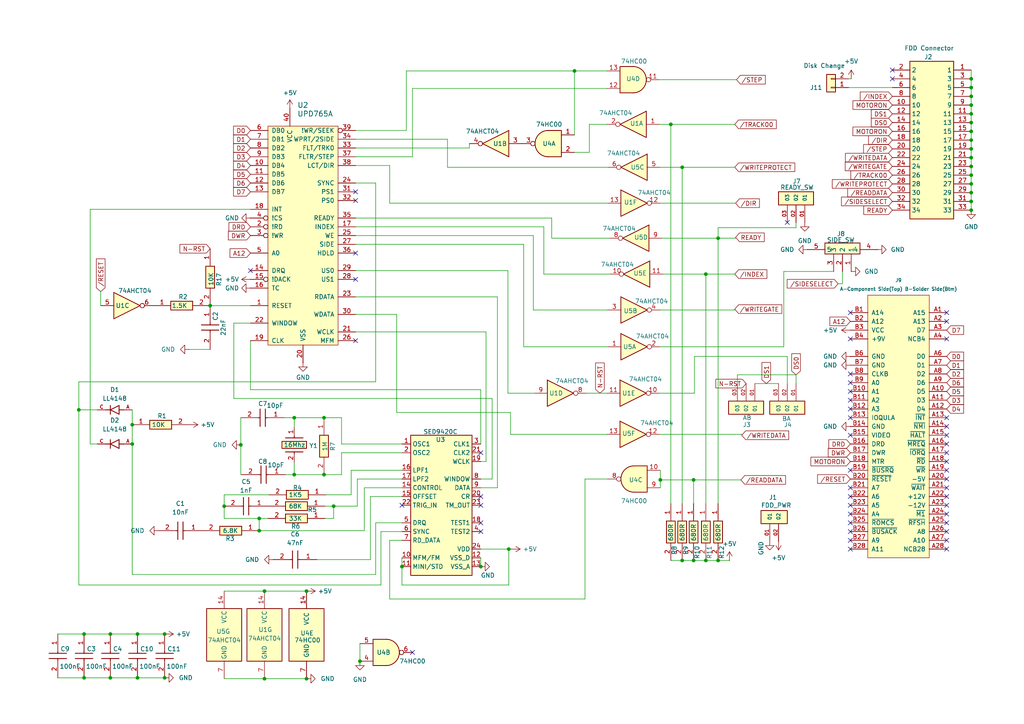
<source format=kicad_sch>
(kicad_sch (version 20250114) (generator "eeschema") (generator_version "9.0")
  (paper "A4")
  (title_block (title "ZX Spectrum +2A/B FDD Interface Horizontal") (date "2026-02-03") (rev "1.0") (company "liveboxandy") (comment 1 "Adapted from various schematics and information found on the web.") (comment 2 "Should work on any clone that has a ZX Spectrum +2A BUS interface and can use +3e ROMs."))
  (lib_symbols
    (symbol "74xx:74AHCT04"
      (property "Reference" "U" (at 0 1.27 0))
      (property "Value" "74AHCT04" (at 0 -1.27 0))
      (symbol "74AHCT04_1_0"
        (pin input line (at -7.62 0 0) (length 3.81) (name "~") (number "1"))
        (pin output inverted (at 7.62 0 180) (length 3.81) (name "~") (number "2"))
      )
      (symbol "74AHCT04_2_0"
        (pin input line (at -7.62 0 0) (length 3.81) (name "~") (number "3"))
        (pin output inverted (at 7.62 0 180) (length 3.81) (name "~") (number "4"))
      )
      (symbol "74AHCT04_3_0"
        (pin input line (at -7.62 0 0) (length 3.81) (name "~") (number "5"))
        (pin output inverted (at 7.62 0 180) (length 3.81) (name "~") (number "6"))
      )
      (symbol "74AHCT04_4_0"
        (pin input line (at -7.62 0 0) (length 3.81) (name "~") (number "9"))
        (pin output inverted (at 7.62 0 180) (length 3.81) (name "~") (number "8"))
      )
      (symbol "74AHCT04_5_0"
        (pin input line (at -7.62 0 0) (length 3.81) (name "~") (number "11"))
        (pin output inverted (at 7.62 0 180) (length 3.81) (name "~") (number "10"))
      )
      (symbol "74AHCT04_6_0"
        (pin input line (at -7.62 0 0) (length 3.81) (name "~") (number "13"))
        (pin output inverted (at 7.62 0 180) (length 3.81) (name "~") (number "12"))
      )
      (symbol "74AHCT04_7_0"
        (pin power_in line (at 0 12.7 270) (length 5.08) (name "VCC") (number "14"))
        (pin power_in line (at 0 -12.7 90) (length 5.08) (name "GND") (number "7"))
      )
    )
    (symbol "74xx:74HC00" (pin_names (offset 1.016))
      (property "Reference" "U" (at 0 1.27 0))
      (property "Value" "74HC00" (at 0 -1.27 0))
      (symbol "74HC00_1_1"
        (pin input line (at -7.62 2.54 0) (length 3.81) (name "~") (number "1"))
        (pin input line (at -7.62 -2.54 0) (length 3.81) (name "~") (number "2"))
        (pin output inverted (at 7.62 0 180) (length 3.81) (name "~") (number "3"))
      )
      (symbol "74HC00_1_2"
        (pin input inverted (at -7.62 2.54 0) (length 4.318) (name "~") (number "1"))
        (pin input inverted (at -7.62 -2.54 0) (length 4.318) (name "~") (number "2"))
        (pin output line (at 7.62 0 180) (length 3.81) (name "~") (number "3"))
      )
      (symbol "74HC00_2_1"
        (pin input line (at -7.62 2.54 0) (length 3.81) (name "~") (number "4"))
        (pin input line (at -7.62 -2.54 0) (length 3.81) (name "~") (number "5"))
        (pin output inverted (at 7.62 0 180) (length 3.81) (name "~") (number "6"))
      )
      (symbol "74HC00_2_2"
        (pin input inverted (at -7.62 2.54 0) (length 4.318) (name "~") (number "4"))
        (pin input inverted (at -7.62 -2.54 0) (length 4.318) (name "~") (number "5"))
        (pin output line (at 7.62 0 180) (length 3.81) (name "~") (number "6"))
      )
      (symbol "74HC00_3_1"
        (pin input line (at -7.62 2.54 0) (length 3.81) (name "~") (number "9"))
        (pin input line (at -7.62 -2.54 0) (length 3.81) (name "~") (number "10"))
        (pin output inverted (at 7.62 0 180) (length 3.81) (name "~") (number "8"))
      )
      (symbol "74HC00_3_2"
        (pin input inverted (at -7.62 2.54 0) (length 4.318) (name "~") (number "9"))
        (pin input inverted (at -7.62 -2.54 0) (length 4.318) (name "~") (number "10"))
        (pin output line (at 7.62 0 180) (length 3.81) (name "~") (number "8"))
      )
      (symbol "74HC00_4_1"
        (pin input line (at -7.62 2.54 0) (length 3.81) (name "~") (number "12"))
        (pin input line (at -7.62 -2.54 0) (length 3.81) (name "~") (number "13"))
        (pin output inverted (at 7.62 0 180) (length 3.81) (name "~") (number "11"))
      )
      (symbol "74HC00_4_2"
        (pin input inverted (at -7.62 2.54 0) (length 4.318) (name "~") (number "12"))
        (pin input inverted (at -7.62 -2.54 0) (length 4.318) (name "~") (number "13"))
        (pin output line (at 7.62 0 180) (length 3.81) (name "~") (number "11"))
      )
      (symbol "74HC00_5_0"
        (pin power_in line (at 0 12.7 270) (length 5.08) (name "VCC") (number "14"))
        (pin power_in line (at 0 -12.7 90) (length 5.08) (name "GND") (number "7"))
      )
    )
    (symbol "Connector_Generic:Conn_01x02" (pin_names (offset 1.016) (hide yes))
      (property "Reference" "J" (at 0 2.54 0))
      (property "Value" "Conn_01x02" (at 0 -5.08 0))
      (symbol "Conn_01x02_1_1"
        (pin passive line (at -5.08 0 0) (length 3.81) (name "Pin_1") (number "1"))
        (pin passive line (at -5.08 -2.54 0) (length 3.81) (name "Pin_2") (number "2"))
      )
    )
    (symbol "FDD_Interface:0805S8F1202P5E" (pin_names (hide yes))
      (property "Reference" "R" (at 5.842 3.048 0))
      (property "Value" "1.5K" (at 5.588 0.762 0))
      (symbol "0805S8F1202P5E_1_1"
        (pin passive line (at 0 0 0) (length 5.08) (name "1") (number "1"))
        (pin passive line (at 16.51 0 180) (length 5.08) (name "2") (number "2"))
      )
    )
    (symbol "FDD_Interface:9B-16.000MBBK-B" (pin_names (hide yes))
      (property "Reference" "Y" (at 8.89 6.35 0))
      (property "Value" "9B-16.000MBBK-B" (at 8.89 3.81 0))
      (symbol "9B-16.000MBBK-B_1_1"
        (pin passive line (at 0 0 0) (length 2.54) (name "CRYSTAL_2") (number "2"))
        (pin passive line (at 10.16 0 180) (length 2.54) (name "1") (number "1"))
      )
    )
    (symbol "FDD_Interface:C0805C104K4JACAUTO" (pin_names (hide yes))
      (property "Reference" "C" (at 8.89 6.35 0))
      (property "Value" "C0805C104K4JACAUTO" (at 8.89 3.81 0))
      (symbol "C0805C104K4JACAUTO_1_1"
        (pin passive line (at 0 0 0) (length 5.08) (name "1") (number "1"))
        (pin passive line (at 12.7 0 180) (length 5.08) (name "2") (number "2"))
      )
    )
    (symbol "FDD_Interface:Edge_Connector_Up_To_Spectrum_A_Top_Two_Sides_A1-28,B1-28" (pin_names (offset 1.016))
      (property "Reference" "J1" (at -2.032 39.116 0))
      (property "Value" "Connector Up To Spectrum (0.1 Pitch Card Edge) A Top" (at -0.254 45.212 0))
      (symbol "Edge_Connector_Up_To_Spectrum_A_Top_Two_Sides_A1-28,B1-28_1_1"
        (pin passive line (at -13.97 33.02 0) (length 5.08) (name "A14") (number "B1"))
        (pin passive line (at -13.97 30.48 0) (length 5.08) (name "A12") (number "B2"))
        (pin power_out line (at -13.97 27.94 0) (length 5.08) (name "VCC") (number "B3"))
        (pin passive line (at -13.97 25.4 0) (length 5.08) (name "+9V") (number "B4"))
        (pin power_out line (at -13.97 20.32 0) (length 5.08) (name "GND") (number "B6"))
        (pin passive line (at -13.97 17.78 0) (length 5.08) (name "GND") (number "B7"))
        (pin passive line (at -13.97 15.24 0) (length 5.08) (name "CLKB") (number "B8"))
        (pin passive line (at -13.97 12.7 0) (length 5.08) (name "A0") (number "B9"))
        (pin passive line (at -13.97 10.16 0) (length 5.08) (name "A1") (number "B10"))
        (pin passive line (at -13.97 7.62 0) (length 5.08) (name "A2") (number "B11"))
        (pin passive line (at -13.97 5.08 0) (length 5.08) (name "A3") (number "B12"))
        (pin passive line (at -13.97 2.54 0) (length 5.08) (name "IOQULA") (number "B13"))
        (pin passive line (at -13.97 0 0) (length 5.08) (name "GND") (number "B14"))
        (pin passive line (at -13.97 -2.54 0) (length 5.08) (name "VIDEO") (number "B15"))
        (pin passive line (at -13.97 -5.08 0) (length 5.08) (name "DRD") (number "B16"))
        (pin passive line (at -13.97 -7.62 0) (length 5.08) (name "DWR") (number "B17"))
        (pin passive line (at -13.97 -10.16 0) (length 5.08) (name "MTR") (number "B18"))
        (pin passive line (at -13.97 -12.7 0) (length 5.08) (name "~{BUSRQ}") (number "B19"))
        (pin passive line (at -13.97 -15.24 0) (length 5.08) (name "~{RESET}") (number "B20"))
        (pin passive line (at -13.97 -17.78 0) (length 5.08) (name "A7") (number "B21"))
        (pin passive line (at -13.97 -20.32 0) (length 5.08) (name "A6") (number "B22"))
        (pin passive line (at -13.97 -22.86 0) (length 5.08) (name "A5") (number "B23"))
        (pin passive line (at -13.97 -25.4 0) (length 5.08) (name "A4") (number "B24"))
        (pin passive line (at -13.97 -27.94 0) (length 5.08) (name "~{ROMCS}") (number "B25"))
        (pin passive line (at -13.97 -30.48 0) (length 5.08) (name "~{BUSACK}") (number "B26"))
        (pin passive line (at -13.97 -33.02 0) (length 5.08) (name "A9") (number "B27"))
        (pin passive line (at -13.97 -35.56 0) (length 5.08) (name "A11") (number "B28"))
        (pin passive line (at 13.97 33.02 180) (length 5.08) (name "A15") (number "A1"))
        (pin passive line (at 13.97 30.48 180) (length 5.08) (name "A13") (number "A2"))
        (pin passive line (at 13.97 27.94 180) (length 5.08) (name "D7") (number "A3"))
        (pin passive line (at 13.97 25.4 180) (length 5.08) (name "NCB4") (number "A4"))
        (pin passive line (at 13.97 20.32 180) (length 5.08) (name "D0") (number "A6"))
        (pin passive line (at 13.97 17.78 180) (length 5.08) (name "D1") (number "A7"))
        (pin passive line (at 13.97 15.24 180) (length 5.08) (name "D2") (number "A8"))
        (pin passive line (at 13.97 12.7 180) (length 5.08) (name "D6") (number "A9"))
        (pin passive line (at 13.97 10.16 180) (length 5.08) (name "D5") (number "A10"))
        (pin passive line (at 13.97 7.62 180) (length 5.08) (name "D3") (number "A11"))
        (pin passive line (at 13.97 5.08 180) (length 5.08) (name "D4") (number "A12"))
        (pin passive line (at 13.97 2.54 180) (length 5.08) (name "~{INT}") (number "A13"))
        (pin passive line (at 13.97 0 180) (length 5.08) (name "~{NMI}") (number "A14"))
        (pin passive line (at 13.97 -2.54 180) (length 5.08) (name "~{HALT}") (number "A15"))
        (pin passive line (at 13.97 -5.08 180) (length 5.08) (name "~{MREQ}") (number "A16"))
        (pin passive line (at 13.97 -7.62 180) (length 5.08) (name "~{IORQ}") (number "A17"))
        (pin passive line (at 13.97 -10.16 180) (length 5.08) (name "~{RD}") (number "A18"))
        (pin passive line (at 13.97 -12.7 180) (length 5.08) (name "~{WR}") (number "A19"))
        (pin passive line (at 13.97 -15.24 180) (length 5.08) (name "-5V") (number "A20"))
        (pin passive line (at 13.97 -17.78 180) (length 5.08) (name "~{WAIT}") (number "A21"))
        (pin passive line (at 13.97 -20.32 180) (length 5.08) (name "+12V") (number "A22"))
        (pin passive line (at 13.97 -22.86 180) (length 5.08) (name "-12V") (number "A23"))
        (pin passive line (at 13.97 -25.4 180) (length 5.08) (name "~{M1}") (number "A24"))
        (pin passive line (at 13.97 -27.94 180) (length 5.08) (name "~{RFSH}") (number "A25"))
        (pin passive line (at 13.97 -30.48 180) (length 5.08) (name "A8") (number "A26"))
        (pin passive line (at 13.97 -33.02 180) (length 5.08) (name "A10") (number "A27"))
        (pin passive line (at 13.97 -35.56 180) (length 5.08) (name "NCB28") (number "A28"))
      )
    )
    (symbol "FDD_Interface:LL4148" (pin_names (offset 1.016))
      (property "Reference" "D" (at -5.08 2.54 0))
      (property "Value" "LL4148" (at -5.08 -3.81 0))
      (symbol "LL4148_0_0"
        (pin passive line (at -5.08 0 0) (length 2.54) (name "~") (number "A"))
        (pin passive line (at 5.08 0 180) (length 2.54) (name "~") (number "C"))
      )
    )
    (symbol "FDD_Interface:OS102011MA1QN1"
      (property "Reference" "S" (at 0.254 11.684 0))
      (property "Value" "OS102011MA1QN1" (at -5.334 9.906 0))
      (symbol "OS102011MA1QN1_1_1"
        (pin passive line (at -7.62 6.35 0) (length 5.08) (name "4") (number "4"))
        (pin passive line (at 0 0 90) (length 5.08) (name "1") (number "1"))
        (pin passive line (at 2.54 0 90) (length 5.08) (name "2") (number "2"))
        (pin passive line (at 5.08 0 90) (length 5.08) (name "3") (number "3"))
        (pin passive line (at 12.7 6.35 180) (length 5.08) (name "5") (number "5"))
      )
    )
    (symbol "FDD_Interface:SED9420C"
      (property "Reference" "U?" (at -1.27 26.416 0))
      (property "Value" "SED9420C" (at -4.826 24.13 0))
      (symbol "SED9420C_1_1"
        (pin passive line (at -11.43 20.32 0) (length 2.54) (name "OSC1") (number "1"))
        (pin passive line (at -11.43 17.78 0) (length 2.54) (name "OSC2") (number "2"))
        (pin passive line (at -11.43 12.7 0) (length 2.54) (name "LPF1") (number "16"))
        (pin passive line (at -11.43 10.16 0) (length 2.54) (name "LPF2") (number "17"))
        (pin passive line (at -11.43 7.62 0) (length 2.54) (name "CONTROL") (number "14"))
        (pin passive line (at -11.43 5.08 0) (length 2.54) (name "OFFSET") (number "15"))
        (pin passive line (at -11.43 2.54 0) (length 2.54) (name "TRIG_IN") (number "22"))
        (pin passive line (at -11.43 -2.54 0) (length 2.54) (name "DRQ") (number "5"))
        (pin passive line (at -11.43 -5.08 0) (length 2.54) (name "SYNC") (number "6"))
        (pin passive line (at -11.43 -7.62 0) (length 2.54) (name "RD_DATA") (number "7"))
        (pin passive line (at -11.43 -12.7 0) (length 2.54) (name "MFM/FM") (number "10"))
        (pin passive line (at -11.43 -15.24 0) (length 2.54) (name "MINI/STD") (number "11"))
        (pin passive line (at 11.43 20.32 180) (length 2.54) (name "CLK1") (number "3"))
        (pin passive line (at 11.43 17.78 180) (length 2.54) (name "CLK2") (number "21"))
        (pin passive line (at 11.43 15.24 180) (length 2.54) (name "WCLK") (number "19"))
        (pin passive line (at 11.43 10.16 180) (length 2.54) (name "WINDOW") (number "8"))
        (pin passive line (at 11.43 7.62 180) (length 2.54) (name "DATA") (number "9"))
        (pin passive line (at 11.43 5.08 180) (length 2.54) (name "CR") (number "20"))
        (pin passive line (at 11.43 2.54 180) (length 2.54) (name "TM_OUT") (number "23"))
        (pin passive line (at 11.43 -2.54 180) (length 2.54) (name "TEST1") (number "18"))
        (pin passive line (at 11.43 -5.08 180) (length 2.54) (name "TEST2") (number "4"))
        (pin passive line (at 11.43 -10.16 180) (length 2.54) (name "VDD") (number "24"))
        (pin passive line (at 11.43 -12.7 180) (length 2.54) (name "VSS_D") (number "12"))
        (pin passive line (at 11.43 -15.24 180) (length 2.54) (name "VSS_A") (number "13"))
      )
    )
    (symbol "FDD_Interface:TSW-102-07-G-S" (pin_names (offset 1.016))
      (property "Reference" "J" (at -8.12 5.08 0))
      (property "Value" "TSW-102-07-G-S" (at -7.62 -5.08 0))
      (symbol "TSW-102-07-G-S_0_0"
        (pin passive line (at -12.7 2.54 0) (length 5.08) (name "01") (number "01"))
        (pin passive line (at -12.7 0 0) (length 5.08) (name "02") (number "02"))
      )
    )
    (symbol "FDD_Interface:TSW-103-07-G-S" (pin_names (offset 1.016))
      (property "Reference" "J" (at -8.12 5.08 0))
      (property "Value" "TSW-103-07-G-S" (at -7.62 -7.62 0))
      (symbol "TSW-103-07-G-S_0_0"
        (pin passive line (at -12.7 2.54 0) (length 5.08) (name "01") (number "01"))
        (pin passive line (at -12.7 0 0) (length 5.08) (name "02") (number "02"))
        (pin passive line (at -12.7 -2.54 0) (length 5.08) (name "03") (number "03"))
      )
    )
    (symbol "FDD_Interface:TSW-117-08-T-D-RA"
      (property "Reference" "J" (at 19.05 7.62 0))
      (property "Value" "TSW-117-08-T-D-RA" (at 19.05 5.08 0))
      (symbol "TSW-117-08-T-D-RA_1_1"
        (pin passive line (at 0 0 0) (length 5.08) (name "1") (number "1"))
        (pin passive line (at 0 -2.54 0) (length 5.08) (name "3") (number "3"))
        (pin passive line (at 0 -5.08 0) (length 5.08) (name "5") (number "5"))
        (pin passive line (at 0 -7.62 0) (length 5.08) (name "7") (number "7"))
        (pin passive line (at 0 -10.16 0) (length 5.08) (name "9") (number "9"))
        (pin passive line (at 0 -12.7 0) (length 5.08) (name "11") (number "11"))
        (pin passive line (at 0 -15.24 0) (length 5.08) (name "13") (number "13"))
        (pin passive line (at 0 -17.78 0) (length 5.08) (name "15") (number "15"))
        (pin passive line (at 0 -20.32 0) (length 5.08) (name "17") (number "17"))
        (pin passive line (at 0 -22.86 0) (length 5.08) (name "19") (number "19"))
        (pin passive line (at 0 -25.4 0) (length 5.08) (name "21") (number "21"))
        (pin passive line (at 0 -27.94 0) (length 5.08) (name "23") (number "23"))
        (pin passive line (at 0 -30.48 0) (length 5.08) (name "25") (number "25"))
        (pin passive line (at 0 -33.02 0) (length 5.08) (name "27") (number "27"))
        (pin passive line (at 0 -35.56 0) (length 5.08) (name "29") (number "29"))
        (pin passive line (at 0 -38.1 0) (length 5.08) (name "31") (number "31"))
        (pin passive line (at 0 -40.64 0) (length 5.08) (name "33") (number "33"))
        (pin passive line (at 22.86 0 180) (length 5.08) (name "2") (number "2"))
        (pin passive line (at 22.86 -2.54 180) (length 5.08) (name "4") (number "4"))
        (pin passive line (at 22.86 -5.08 180) (length 5.08) (name "6") (number "6"))
        (pin passive line (at 22.86 -7.62 180) (length 5.08) (name "8") (number "8"))
        (pin passive line (at 22.86 -10.16 180) (length 5.08) (name "10") (number "10"))
        (pin passive line (at 22.86 -12.7 180) (length 5.08) (name "12") (number "12"))
        (pin passive line (at 22.86 -15.24 180) (length 5.08) (name "14") (number "14"))
        (pin passive line (at 22.86 -17.78 180) (length 5.08) (name "16") (number "16"))
        (pin passive line (at 22.86 -20.32 180) (length 5.08) (name "18") (number "18"))
        (pin passive line (at 22.86 -22.86 180) (length 5.08) (name "20") (number "20"))
        (pin passive line (at 22.86 -25.4 180) (length 5.08) (name "22") (number "22"))
        (pin passive line (at 22.86 -27.94 180) (length 5.08) (name "24") (number "24"))
        (pin passive line (at 22.86 -30.48 180) (length 5.08) (name "26") (number "26"))
        (pin passive line (at 22.86 -33.02 180) (length 5.08) (name "28") (number "28"))
        (pin passive line (at 22.86 -35.56 180) (length 5.08) (name "30") (number "30"))
        (pin passive line (at 22.86 -38.1 180) (length 5.08) (name "32") (number "32"))
        (pin passive line (at 22.86 -40.64 180) (length 5.08) (name "34") (number "34"))
      )
    )
    (symbol "FDD_Interface:UPD765A" (pin_names (offset 1.016))
      (property "Reference" "IC" (at 2.794 34.29 0))
      (property "Value" "UPD765A" (at -1.27 32.004 0))
      (symbol "UPD765A_1_0"
        (pin passive line (at -15.24 29.21 0) (length 5.08) (name "DB0") (number "6"))
        (pin passive line (at -15.24 26.67 0) (length 5.08) (name "DB1") (number "7"))
        (pin passive line (at -15.24 24.13 0) (length 5.08) (name "DB2") (number "8"))
        (pin passive line (at -15.24 21.59 0) (length 5.08) (name "DB3") (number "9"))
        (pin passive line (at -15.24 19.05 0) (length 5.08) (name "DB4") (number "10"))
        (pin passive line (at -15.24 16.51 0) (length 5.08) (name "DB5") (number "11"))
        (pin passive line (at -15.24 13.97 0) (length 5.08) (name "DB6") (number "12"))
        (pin passive line (at -15.24 11.43 0) (length 5.08) (name "DB7") (number "13"))
        (pin passive line (at -15.24 6.35 0) (length 5.08) (name "INT") (number "18"))
        (pin passive inverted (at -15.24 3.81 0) (length 5.08) (name "!CS") (number "4"))
        (pin passive inverted (at -15.24 1.27 0) (length 5.08) (name "!RD") (number "2"))
        (pin passive inverted (at -15.24 -1.27 0) (length 5.08) (name "!WR") (number "3"))
        (pin passive line (at -15.24 -6.35 0) (length 5.08) (name "A0") (number "5"))
        (pin passive line (at -15.24 -11.43 0) (length 5.08) (name "DRQ") (number "14"))
        (pin passive inverted (at -15.24 -13.97 0) (length 5.08) (name "!DACK") (number "15"))
        (pin passive line (at -15.24 -16.51 0) (length 5.08) (name "TC") (number "16"))
        (pin passive line (at -15.24 -21.59 0) (length 5.08) (name "RESET") (number "1"))
        (pin passive line (at -15.24 -26.67 0) (length 5.08) (name "WINDOW") (number "22"))
        (pin passive line (at -15.24 -31.75 0) (length 5.08) (name "CLK") (number "19"))
        (pin passive line (at -3.81 35.56 270) (length 5.08) (name "VCC") (number "40"))
        (pin passive line (at 0 -38.1 90) (length 5.08) (name "VSS") (number "20"))
        (pin passive inverted (at 15.24 29.21 180) (length 5.08) (name "!WR/SEEK") (number "39"))
        (pin passive line (at 15.24 26.67 180) (length 5.08) (name "WPRT/2SIDE") (number "34"))
        (pin passive line (at 15.24 24.13 180) (length 5.08) (name "FLT/TRK0") (number "33"))
        (pin passive line (at 15.24 21.59 180) (length 5.08) (name "FLTR/STEP") (number "37"))
        (pin passive line (at 15.24 19.05 180) (length 5.08) (name "LCT/DIR") (number "38"))
        (pin passive line (at 15.24 13.97 180) (length 5.08) (name "SYNC") (number "24"))
        (pin passive line (at 15.24 11.43 180) (length 5.08) (name "PS1") (number "31"))
        (pin passive line (at 15.24 8.89 180) (length 5.08) (name "PS0") (number "32"))
        (pin passive line (at 15.24 3.81 180) (length 5.08) (name "READY") (number "35"))
        (pin passive line (at 15.24 1.27 180) (length 5.08) (name "INDEX") (number "17"))
        (pin passive line (at 15.24 -1.27 180) (length 5.08) (name "WE") (number "25"))
        (pin passive line (at 15.24 -3.81 180) (length 5.08) (name "SIDE") (number "27"))
        (pin passive line (at 15.24 -6.35 180) (length 5.08) (name "HDLD") (number "36"))
        (pin passive line (at 15.24 -11.43 180) (length 5.08) (name "US0") (number "29"))
        (pin passive line (at 15.24 -13.97 180) (length 5.08) (name "US1") (number "28"))
        (pin passive line (at 15.24 -19.05 180) (length 5.08) (name "RDATA") (number "23"))
        (pin passive line (at 15.24 -24.13 180) (length 5.08) (name "WDATA") (number "30"))
        (pin passive line (at 15.24 -29.21 180) (length 5.08) (name "WCLK") (number "21"))
        (pin passive line (at 15.24 -31.75 180) (length 5.08) (name "MFM") (number "26"))
      )
    )
    (symbol "power:+5V" (power) (pin_numbers (hide yes)) (pin_names (offset 0) (hide yes))
      (property "Value" "+5V" (at 0 3.556 0))
      (symbol "+5V_1_1"
        (pin power_in line (at 0 0 90) (length 0) (name "~") (number "1"))
      )
    )
    (symbol "power:GND" (power) (pin_numbers (hide yes)) (pin_names (offset 0) (hide yes))
      (property "Value" "GND" (at 0 -3.81 0))
      (symbol "GND_1_1"
        (pin power_in line (at 0 0 270) (length 0) (name "~") (number "1"))
      )
    )
  )
  (junction (at 281.686 25.4))
  (junction (at 281.686 27.94))
  (junction (at 93.98 121.158))
  (junction (at 39.878 196.596))
  (junction (at 147.574 159.258))
  (junction (at 194.564 36.068))
  (junction (at 69.85 129.032))
  (junction (at 281.686 45.72))
  (junction (at 139.446 164.338))
  (junction (at 281.686 38.1))
  (junction (at 204.724 162.56))
  (junction (at 38.354 123.19))
  (junction (at 204.724 79.502))
  (junction (at 104.394 191.77))
  (junction (at 281.686 60.96))
  (junction (at 281.686 22.86))
  (junction (at 201.168 162.56))
  (junction (at 281.686 33.02))
  (junction (at 281.686 35.56))
  (junction (at 281.686 50.8))
  (junction (at 60.96 88.646))
  (junction (at 75.184 153.924))
  (junction (at 197.866 48.514))
  (junction (at 208.28 162.56))
  (junction (at 38.354 128.778))
  (junction (at 32.004 183.896))
  (junction (at 281.686 43.18))
  (junction (at 191.516 139.192))
  (junction (at 85.344 121.158))
  (junction (at 39.878 183.896))
  (junction (at 281.686 55.88))
  (junction (at 75.184 150.368))
  (junction (at 166.624 20.574))
  (junction (at 281.686 48.26))
  (junction (at 208.28 69.088))
  (junction (at 281.686 53.34))
  (junction (at 76.708 196.85))
  (junction (at 32.004 196.596))
  (junction (at 88.9 196.85))
  (junction (at 47.752 183.896))
  (junction (at 116.586 164.338))
  (junction (at 281.686 40.64))
  (junction (at 85.344 137.668))
  (junction (at 281.686 58.42))
  (junction (at 93.98 137.668))
  (junction (at 24.384 196.596))
  (junction (at 201.168 139.192))
  (junction (at 47.752 196.596))
  (junction (at 88.9 171.45))
  (junction (at 24.384 183.896))
  (junction (at 76.708 171.45))
  (junction (at 96.774 146.812))
  (junction (at 281.686 30.48))
  (junction (at 22.86 118.872))
  (junction (at 197.866 162.56))
  (junction (at 65.024 146.812))
  (no_connect (at 274.574 126.238))
  (no_connect (at 246.634 90.678))
  (no_connect (at 274.574 90.678))
  (no_connect (at 116.586 146.558))
  (no_connect (at 246.634 110.998))
  (no_connect (at 274.574 151.638))
  (no_connect (at 246.634 146.558))
  (no_connect (at 246.634 118.618))
  (no_connect (at 274.574 123.698))
  (no_connect (at 246.634 141.478))
  (no_connect (at 246.634 144.018))
  (no_connect (at 246.634 154.178))
  (no_connect (at 246.634 116.078))
  (no_connect (at 274.574 159.258))
  (no_connect (at 246.634 156.718))
  (no_connect (at 246.634 98.298))
  (no_connect (at 274.574 93.218))
  (no_connect (at 274.574 156.718))
  (no_connect (at 258.826 22.86))
  (no_connect (at 103.124 98.806))
  (no_connect (at 246.634 121.158))
  (no_connect (at 246.634 136.398))
  (no_connect (at 246.634 126.238))
  (no_connect (at 274.574 138.938))
  (no_connect (at 139.446 131.318))
  (no_connect (at 258.826 20.32))
  (no_connect (at 139.446 146.558))
  (no_connect (at 274.574 144.018))
  (no_connect (at 274.574 133.858))
  (no_connect (at 274.574 141.478))
  (no_connect (at 139.446 151.638))
  (no_connect (at 274.574 136.398))
  (no_connect (at 119.634 189.23))
  (no_connect (at 139.446 154.178))
  (no_connect (at 274.574 154.178))
  (no_connect (at 274.574 149.098))
  (no_connect (at 246.634 151.638))
  (no_connect (at 274.574 98.298))
  (no_connect (at 246.634 159.258))
  (no_connect (at 274.574 128.778))
  (no_connect (at 274.574 121.158))
  (no_connect (at 246.634 113.538))
  (no_connect (at 246.634 149.098))
  (no_connect (at 103.124 73.406))
  (no_connect (at 103.124 81.026))
  (no_connect (at 274.574 131.318))
  (no_connect (at 246.634 108.458))
  (no_connect (at 228.346 64.516))
  (no_connect (at 274.574 146.558))
  (no_connect (at 72.644 78.486))
  (no_connect (at 139.446 144.018))
  (no_connect (at 103.124 58.166))
  (no_connect (at 103.124 55.626))
  (wire (pts (xy 281.686 55.88) (xy 281.686 58.42)))
  (wire (pts (xy 160.02 63.246) (xy 160.02 69.088)))
  (wire (pts (xy 103.124 68.326) (xy 154.686 68.326)))
  (wire (pts (xy 76.708 196.85) (xy 88.9 196.85)))
  (wire (pts (xy 201.168 139.192) (xy 191.516 139.192)))
  (wire (pts (xy 101.854 136.398) (xy 101.854 143.51)))
  (wire (pts (xy 144.272 86.106) (xy 144.272 141.478)))
  (wire (pts (xy 116.586 141.478) (xy 105.664 141.478)))
  (wire (pts (xy 99.06 128.778) (xy 116.586 128.778)))
  (wire (pts (xy 85.344 137.668) (xy 93.98 137.668)))
  (wire (pts (xy 119.634 45.466) (xy 103.124 45.466)))
  (wire (pts (xy 144.272 141.478) (xy 139.446 141.478)))
  (wire (pts (xy 191.262 36.068) (xy 194.564 36.068)))
  (wire (pts (xy 154.686 89.916) (xy 176.276 89.916)))
  (wire (pts (xy 116.586 156.718) (xy 113.03 156.718)))
  (wire (pts (xy 228.346 103.378) (xy 228.346 111.252)))
  (wire (pts (xy 75.184 150.368) (xy 65.024 150.368)))
  (wire (pts (xy 154.686 68.326) (xy 154.686 89.916)))
  (wire (pts (xy 166.624 20.574) (xy 166.624 39.116)))
  (wire (pts (xy 191.262 125.984) (xy 215.138 125.984)))
  (wire (pts (xy 129.794 40.386) (xy 129.794 48.514)))
  (wire (pts (xy 101.854 143.51) (xy 94.488 143.51)))
  (wire (pts (xy 197.866 48.514) (xy 197.866 146.05)))
  (wire (pts (xy 26.162 60.706) (xy 26.162 128.778)))
  (wire (pts (xy 103.124 53.086) (xy 108.966 53.086)))
  (wire (pts (xy 201.168 162.56) (xy 204.724 162.56)))
  (wire (pts (xy 204.724 79.502) (xy 213.106 79.502)))
  (wire (pts (xy 166.624 20.574) (xy 117.856 20.574)))
  (wire (pts (xy 38.354 166.624) (xy 38.354 128.778)))
  (wire (pts (xy 176.022 25.654) (xy 119.634 25.654)))
  (wire (pts (xy 116.586 169.672) (xy 116.586 164.338)))
  (wire (pts (xy 72.644 60.706) (xy 26.162 60.706)))
  (wire (pts (xy 197.866 48.514) (xy 213.106 48.514)))
  (wire (pts (xy 281.686 53.34) (xy 281.686 55.88)))
  (wire (pts (xy 119.634 25.654) (xy 119.634 45.466)))
  (wire (pts (xy 281.686 48.26) (xy 281.686 50.8)))
  (wire (pts (xy 116.586 136.398) (xy 101.854 136.398)))
  (wire (pts (xy 281.686 25.4) (xy 281.686 27.94)))
  (wire (pts (xy 72.644 113.03) (xy 139.446 113.03)))
  (wire (pts (xy 105.664 153.924) (xy 75.184 153.924)))
  (wire (pts (xy 214.884 139.192) (xy 201.168 139.192)))
  (wire (pts (xy 67.818 115.57) (xy 142.748 115.57)))
  (wire (pts (xy 140.97 133.858) (xy 139.446 133.858)))
  (wire (pts (xy 157.734 65.786) (xy 157.734 79.502)))
  (wire (pts (xy 115.062 91.186) (xy 115.062 119.634)))
  (wire (pts (xy 24.384 196.596) (xy 32.004 196.596)))
  (wire (pts (xy 69.85 121.158) (xy 69.85 129.032)))
  (wire (pts (xy 103.124 37.846) (xy 117.856 37.846)))
  (wire (pts (xy 194.564 162.56) (xy 197.866 162.56)))
  (wire (pts (xy 22.86 118.872) (xy 22.86 169.672)))
  (wire (pts (xy 151.892 100.584) (xy 151.892 70.866)))
  (wire (pts (xy 191.262 23.114) (xy 213.614 23.114)))
  (wire (pts (xy 113.03 48.006) (xy 103.124 48.006)))
  (wire (pts (xy 204.724 146.05) (xy 204.724 79.502)))
  (wire (pts (xy 227.33 100.584) (xy 227.33 78.74)))
  (wire (pts (xy 108.966 53.086) (xy 108.966 110.744)))
  (wire (pts (xy 139.446 161.798) (xy 139.446 164.338)))
  (wire (pts (xy 116.586 161.798) (xy 116.586 164.338)))
  (wire (pts (xy 201.422 114.046) (xy 201.422 103.378)))
  (wire (pts (xy 244.348 78.74) (xy 244.348 82.296)))
  (wire (pts (xy 76.708 171.45) (xy 88.9 171.45)))
  (wire (pts (xy 244.348 82.296) (xy 243.078 82.296)))
  (wire (pts (xy 93.98 137.668) (xy 99.06 137.668)))
  (wire (pts (xy 147.32 78.486) (xy 147.32 114.046)))
  (wire (pts (xy 227.33 78.74) (xy 241.808 78.74)))
  (wire (pts (xy 104.394 186.69) (xy 104.394 191.77)))
  (wire (pts (xy 103.124 65.786) (xy 157.734 65.786)))
  (wire (pts (xy 204.724 162.56) (xy 208.28 162.56)))
  (wire (pts (xy 194.564 36.068) (xy 194.564 146.05)))
  (wire (pts (xy 110.49 154.178) (xy 110.49 169.672)))
  (wire (pts (xy 72.644 88.646) (xy 60.96 88.646)))
  (wire (pts (xy 191.262 114.046) (xy 201.422 114.046)))
  (wire (pts (xy 103.124 78.486) (xy 147.32 78.486)))
  (wire (pts (xy 96.774 150.368) (xy 96.774 146.812)))
  (wire (pts (xy 93.98 121.158) (xy 99.06 121.158)))
  (wire (pts (xy 213.868 108.712) (xy 230.886 108.712)))
  (wire (pts (xy 192.278 79.502) (xy 204.724 79.502)))
  (wire (pts (xy 176.276 100.584) (xy 151.892 100.584)))
  (wire (pts (xy 213.106 89.916) (xy 213.106 89.662)))
  (wire (pts (xy 113.03 58.928) (xy 113.03 48.006)))
  (wire (pts (xy 105.664 141.478) (xy 105.664 153.924)))
  (wire (pts (xy 16.764 183.896) (xy 24.384 183.896)))
  (wire (pts (xy 281.686 50.8) (xy 281.686 53.34)))
  (wire (pts (xy 24.384 183.896) (xy 32.004 183.896)))
  (wire (pts (xy 113.03 156.718) (xy 113.03 173.736)))
  (wire (pts (xy 115.062 119.634) (xy 148.082 119.634)))
  (wire (pts (xy 38.354 128.778) (xy 38.354 123.19)))
  (wire (pts (xy 281.686 38.1) (xy 281.686 40.64)))
  (wire (pts (xy 67.818 93.726) (xy 67.818 115.57)))
  (wire (pts (xy 107.442 144.018) (xy 107.442 162.306)))
  (wire (pts (xy 215.138 125.984) (xy 215.138 126.238)))
  (wire (pts (xy 147.32 114.046) (xy 154.94 114.046)))
  (wire (pts (xy 176.022 20.574) (xy 166.624 20.574)))
  (wire (pts (xy 246.126 22.86) (xy 246.888 22.86)))
  (wire (pts (xy 99.06 137.668) (xy 99.06 131.318)))
  (wire (pts (xy 69.85 129.032) (xy 69.85 137.668)))
  (wire (pts (xy 22.86 118.872) (xy 28.194 118.872)))
  (wire (pts (xy 197.866 162.56) (xy 201.168 162.56)))
  (wire (pts (xy 230.886 64.516) (xy 230.886 66.04)))
  (wire (pts (xy 72.644 93.726) (xy 67.818 93.726)))
  (wire (pts (xy 148.082 119.634) (xy 148.082 125.984)))
  (wire (pts (xy 176.276 58.928) (xy 113.03 58.928)))
  (wire (pts (xy 230.886 108.712) (xy 230.886 111.252)))
  (wire (pts (xy 103.124 96.266) (xy 140.97 96.266)))
  (wire (pts (xy 65.024 171.45) (xy 76.708 171.45)))
  (wire (pts (xy 129.794 48.514) (xy 176.276 48.514)))
  (wire (pts (xy 16.764 196.596) (xy 24.384 196.596)))
  (wire (pts (xy 213.868 111.252) (xy 213.868 108.712)))
  (wire (pts (xy 110.49 169.672) (xy 22.86 169.672)))
  (wire (pts (xy 75.184 150.368) (xy 75.184 153.924)))
  (wire (pts (xy 116.586 144.018) (xy 107.442 144.018)))
  (wire (pts (xy 281.686 27.94) (xy 281.686 30.48)))
  (wire (pts (xy 99.06 121.158) (xy 99.06 128.778)))
  (wire (pts (xy 281.686 33.02) (xy 281.686 35.56)))
  (wire (pts (xy 72.644 98.806) (xy 72.644 113.03)))
  (wire (pts (xy 39.878 183.896) (xy 47.752 183.896)))
  (wire (pts (xy 85.344 121.158) (xy 85.344 123.952)))
  (wire (pts (xy 29.21 84.582) (xy 29.21 88.646)))
  (wire (pts (xy 218.948 111.252) (xy 225.806 111.252)))
  (wire (pts (xy 157.734 79.502) (xy 177.038 79.502)))
  (wire (pts (xy 136.144 41.656) (xy 136.144 42.926)))
  (wire (pts (xy 191.516 58.928) (xy 213.36 58.928)))
  (wire (pts (xy 103.124 86.106) (xy 144.272 86.106)))
  (wire (pts (xy 191.516 48.514) (xy 197.866 48.514)))
  (wire (pts (xy 208.28 69.088) (xy 208.28 146.05)))
  (wire (pts (xy 281.686 22.86) (xy 281.686 25.4)))
  (wire (pts (xy 94.234 150.368) (xy 96.774 150.368)))
  (wire (pts (xy 201.422 103.378) (xy 228.346 103.378)))
  (wire (pts (xy 147.574 159.258) (xy 147.574 169.672)))
  (wire (pts (xy 140.97 96.266) (xy 140.97 133.858)))
  (wire (pts (xy 191.516 136.398) (xy 191.516 139.192)))
  (wire (pts (xy 32.004 183.896) (xy 39.878 183.896)))
  (wire (pts (xy 281.686 43.18) (xy 281.686 45.72)))
  (wire (pts (xy 77.978 143.51) (xy 65.024 143.51)))
  (wire (pts (xy 148.082 125.984) (xy 176.022 125.984)))
  (wire (pts (xy 170.18 114.046) (xy 176.022 114.046)))
  (wire (pts (xy 194.564 36.068) (xy 213.106 36.068)))
  (wire (pts (xy 108.966 166.624) (xy 38.354 166.624)))
  (wire (pts (xy 176.022 36.068) (xy 170.942 36.068)))
  (wire (pts (xy 213.36 69.088) (xy 213.36 68.834)))
  (wire (pts (xy 108.966 151.638) (xy 108.966 166.624)))
  (wire (pts (xy 169.672 173.736) (xy 169.672 138.938)))
  (wire (pts (xy 170.942 36.068) (xy 170.942 44.196)))
  (wire (pts (xy 147.574 159.258) (xy 139.446 159.258)))
  (wire (pts (xy 281.686 40.64) (xy 281.686 43.18)))
  (wire (pts (xy 103.124 40.386) (xy 129.794 40.386)))
  (wire (pts (xy 69.85 137.668) (xy 70.104 137.668)))
  (wire (pts (xy 170.942 44.196) (xy 166.624 44.196)))
  (wire (pts (xy 246.126 25.4) (xy 258.826 25.4)))
  (wire (pts (xy 142.748 138.938) (xy 139.446 138.938)))
  (wire (pts (xy 139.446 113.03) (xy 139.446 128.778)))
  (wire (pts (xy 136.144 42.926) (xy 103.124 42.926)))
  (wire (pts (xy 169.672 138.938) (xy 176.276 138.938)))
  (wire (pts (xy 39.878 196.596) (xy 47.752 196.596)))
  (wire (pts (xy 281.686 20.32) (xy 281.686 22.86)))
  (wire (pts (xy 117.856 20.574) (xy 117.856 37.846)))
  (wire (pts (xy 103.632 138.938) (xy 103.632 146.812)))
  (wire (pts (xy 192.024 69.088) (xy 208.28 69.088)))
  (wire (pts (xy 208.28 162.56) (xy 211.582 162.56)))
  (wire (pts (xy 191.516 100.584) (xy 227.33 100.584)))
  (wire (pts (xy 54.864 101.346) (xy 60.96 101.346)))
  (wire (pts (xy 148.336 159.258) (xy 147.574 159.258)))
  (wire (pts (xy 103.632 146.812) (xy 96.774 146.812)))
  (wire (pts (xy 116.586 154.178) (xy 110.49 154.178)))
  (wire (pts (xy 82.55 121.158) (xy 85.344 121.158)))
  (wire (pts (xy 281.686 45.72) (xy 281.686 48.26)))
  (wire (pts (xy 151.892 70.866) (xy 103.124 70.866)))
  (wire (pts (xy 38.354 118.872) (xy 38.354 123.19)))
  (wire (pts (xy 107.442 162.306) (xy 91.948 162.306)))
  (wire (pts (xy 82.804 137.668) (xy 85.344 137.668)))
  (wire (pts (xy 85.344 121.158) (xy 93.98 121.158)))
  (wire (pts (xy 147.574 169.672) (xy 116.586 169.672)))
  (wire (pts (xy 65.024 196.85) (xy 76.708 196.85)))
  (wire (pts (xy 108.966 110.744) (xy 22.86 110.744)))
  (wire (pts (xy 281.686 30.48) (xy 281.686 33.02)))
  (wire (pts (xy 281.686 58.42) (xy 281.686 60.96)))
  (wire (pts (xy 116.586 151.638) (xy 108.966 151.638)))
  (wire (pts (xy 201.168 139.192) (xy 201.168 146.05)))
  (wire (pts (xy 26.162 128.778) (xy 28.194 128.778)))
  (wire (pts (xy 116.586 138.938) (xy 103.632 138.938)))
  (wire (pts (xy 22.86 110.744) (xy 22.86 118.872)))
  (wire (pts (xy 142.748 115.57) (xy 142.748 138.938)))
  (wire (pts (xy 160.02 69.088) (xy 176.784 69.088)))
  (wire (pts (xy 77.724 150.368) (xy 75.184 150.368)))
  (wire (pts (xy 113.03 173.736) (xy 169.672 173.736)))
  (wire (pts (xy 99.06 131.318) (xy 116.586 131.318)))
  (wire (pts (xy 85.344 134.112) (xy 85.344 137.668)))
  (wire (pts (xy 208.28 69.088) (xy 213.36 69.088)))
  (wire (pts (xy 96.774 146.812) (xy 94.234 146.812)))
  (wire (pts (xy 65.024 150.368) (xy 65.024 146.812)))
  (wire (pts (xy 103.124 91.186) (xy 115.062 91.186)))
  (wire (pts (xy 281.686 35.56) (xy 281.686 38.1)))
  (wire (pts (xy 191.516 89.916) (xy 213.106 89.916)))
  (wire (pts (xy 103.124 63.246) (xy 160.02 63.246)))
  (wire (pts (xy 208.28 66.04) (xy 208.28 69.088)))
  (wire (pts (xy 191.516 139.192) (xy 191.516 141.478)))
  (wire (pts (xy 65.024 143.51) (xy 65.024 146.812)))
  (wire (pts (xy 230.886 66.04) (xy 208.28 66.04)))
  (wire (pts (xy 32.004 196.596) (xy 39.878 196.596)))
  (global_label "D4" (shape input) (at 274.574 118.618 0) (property "Intersheetrefs" "${INTERSHEET_REFS}" (effects (hide yes))))
  (global_label "D2" (shape input) (at 72.644 42.926 180) (property "Intersheetrefs" "${INTERSHEET_REFS}" (effects (hide yes))))
  (global_label "MOTORON" (shape input) (at 246.634 133.858 180) (property "Intersheetrefs" "${INTERSHEET_REFS}" (effects (hide yes))))
  (global_label "{slash}STEP" (shape input) (at 258.826 43.18 180) (property "Intersheetrefs" "${INTERSHEET_REFS}" (effects (hide yes))))
  (global_label "DS1" (shape input) (at 258.826 33.02 180) (property "Intersheetrefs" "${INTERSHEET_REFS}" (effects (hide yes))))
  (global_label "DS0" (shape input) (at 230.886 108.712 90) (property "Intersheetrefs" "${INTERSHEET_REFS}" (effects (hide yes))))
  (global_label "D1" (shape input) (at 274.574 105.918 0) (property "Intersheetrefs" "${INTERSHEET_REFS}" (effects (hide yes))))
  (global_label "A12" (shape input) (at 246.634 93.218 180) (property "Intersheetrefs" "${INTERSHEET_REFS}" (effects (hide yes))))
  (global_label "READY" (shape input) (at 258.826 60.96 180) (property "Intersheetrefs" "${INTERSHEET_REFS}" (effects (hide yes))))
  (global_label "N-RST" (shape input) (at 173.99 114.046 90) (property "Intersheetrefs" "${INTERSHEET_REFS}" (effects (hide yes))))
  (global_label "{slash}WRITEGATE" (shape input) (at 213.106 89.662 0) (property "Intersheetrefs" "${INTERSHEET_REFS}" (effects (hide yes))))
  (global_label "D0" (shape input) (at 72.644 37.846 180) (property "Intersheetrefs" "${INTERSHEET_REFS}" (effects (hide yes))))
  (global_label "{slash}RESET" (shape input) (at 246.634 138.938 180) (property "Intersheetrefs" "${INTERSHEET_REFS}" (effects (hide yes))))
  (global_label "{slash}WRITEDATA" (shape input) (at 258.826 45.72 180) (property "Intersheetrefs" "${INTERSHEET_REFS}" (effects (hide yes))))
  (global_label "D5" (shape input) (at 72.644 50.546 180) (property "Intersheetrefs" "${INTERSHEET_REFS}" (effects (hide yes))))
  (global_label "DS0" (shape input) (at 258.826 35.56 180) (property "Intersheetrefs" "${INTERSHEET_REFS}" (effects (hide yes))))
  (global_label "DRD" (shape input) (at 246.634 128.778 180) (property "Intersheetrefs" "${INTERSHEET_REFS}" (effects (hide yes))))
  (global_label "D7" (shape input) (at 274.574 95.758 0) (property "Intersheetrefs" "${INTERSHEET_REFS}" (effects (hide yes))))
  (global_label "DRD" (shape input) (at 72.644 65.786 180) (property "Intersheetrefs" "${INTERSHEET_REFS}" (effects (hide yes))))
  (global_label "D1" (shape input) (at 72.644 40.386 180) (property "Intersheetrefs" "${INTERSHEET_REFS}" (effects (hide yes))))
  (global_label "{slash}TRACK00" (shape input) (at 213.106 36.068 0) (property "Intersheetrefs" "${INTERSHEET_REFS}" (effects (hide yes))))
  (global_label "{slash}WRITEPROTECT" (shape input) (at 258.826 53.34 180) (property "Intersheetrefs" "${INTERSHEET_REFS}" (effects (hide yes))))
  (global_label "D4" (shape input) (at 72.644 48.006 180) (property "Intersheetrefs" "${INTERSHEET_REFS}" (effects (hide yes))))
  (global_label "D0" (shape input) (at 274.574 103.378 0) (property "Intersheetrefs" "${INTERSHEET_REFS}" (effects (hide yes))))
  (global_label "DS1" (shape input) (at 222.25 111.252 90) (property "Intersheetrefs" "${INTERSHEET_REFS}" (effects (hide yes))))
  (global_label "{slash}RESET" (shape input) (at 29.21 84.582 90) (property "Intersheetrefs" "${INTERSHEET_REFS}" (effects (hide yes))))
  (global_label "{slash}WRITEDATA" (shape input) (at 215.138 126.238 0) (property "Intersheetrefs" "${INTERSHEET_REFS}" (effects (hide yes))))
  (global_label "D2" (shape input) (at 274.574 108.458 0) (property "Intersheetrefs" "${INTERSHEET_REFS}" (effects (hide yes))))
  (global_label "{slash}INDEX" (shape input) (at 258.826 27.94 180) (property "Intersheetrefs" "${INTERSHEET_REFS}" (effects (hide yes))))
  (global_label "N-RST" (shape input) (at 216.408 111.252 180) (property "Intersheetrefs" "${INTERSHEET_REFS}" (effects (hide yes))))
  (global_label "N-RST" (shape input) (at 60.96 72.136 180) (property "Intersheetrefs" "${INTERSHEET_REFS}" (effects (hide yes))))
  (global_label "{slash}SIDESELECT" (shape input) (at 243.078 82.296 180) (property "Intersheetrefs" "${INTERSHEET_REFS}" (effects (hide yes))))
  (global_label "D6" (shape input) (at 72.644 53.086 180) (property "Intersheetrefs" "${INTERSHEET_REFS}" (effects (hide yes))))
  (global_label "{slash}TRACK00" (shape input) (at 258.826 50.8 180) (property "Intersheetrefs" "${INTERSHEET_REFS}" (effects (hide yes))))
  (global_label "{slash}INDEX" (shape input) (at 213.106 79.502 0) (property "Intersheetrefs" "${INTERSHEET_REFS}" (effects (hide yes))))
  (global_label "D5" (shape input) (at 274.574 113.538 0) (property "Intersheetrefs" "${INTERSHEET_REFS}" (effects (hide yes))))
  (global_label "MOTORON" (shape input) (at 258.826 38.1 180) (property "Intersheetrefs" "${INTERSHEET_REFS}" (effects (hide yes))))
  (global_label "{slash}READDATA" (shape input) (at 258.826 55.88 180) (property "Intersheetrefs" "${INTERSHEET_REFS}" (effects (hide yes))))
  (global_label "{slash}READDATA" (shape input) (at 214.884 139.192 0) (property "Intersheetrefs" "${INTERSHEET_REFS}" (effects (hide yes))))
  (global_label "D3" (shape input) (at 274.574 116.078 0) (property "Intersheetrefs" "${INTERSHEET_REFS}" (effects (hide yes))))
  (global_label "{slash}WRITEGATE" (shape input) (at 258.826 48.26 180) (property "Intersheetrefs" "${INTERSHEET_REFS}" (effects (hide yes))))
  (global_label "DWR" (shape input) (at 72.644 68.326 180) (property "Intersheetrefs" "${INTERSHEET_REFS}" (effects (hide yes))))
  (global_label "D6" (shape input) (at 274.574 110.998 0) (property "Intersheetrefs" "${INTERSHEET_REFS}" (effects (hide yes))))
  (global_label "DWR" (shape input) (at 246.634 131.318 180) (property "Intersheetrefs" "${INTERSHEET_REFS}" (effects (hide yes))))
  (global_label "{slash}DIR" (shape input) (at 213.36 58.928 0) (property "Intersheetrefs" "${INTERSHEET_REFS}" (effects (hide yes))))
  (global_label "D3" (shape input) (at 72.644 45.466 180) (property "Intersheetrefs" "${INTERSHEET_REFS}" (effects (hide yes))))
  (global_label "{slash}DIR" (shape input) (at 258.826 40.64 180) (property "Intersheetrefs" "${INTERSHEET_REFS}" (effects (hide yes))))
  (global_label "A12" (shape input) (at 72.644 73.406 180) (property "Intersheetrefs" "${INTERSHEET_REFS}" (effects (hide yes))))
  (global_label "{slash}SIDESELECT" (shape input) (at 258.826 58.42 180) (property "Intersheetrefs" "${INTERSHEET_REFS}" (effects (hide yes))))
  (global_label "{slash}WRITEPROTECT" (shape input) (at 213.106 48.514 0) (property "Intersheetrefs" "${INTERSHEET_REFS}" (effects (hide yes))))
  (global_label "READY" (shape input) (at 213.36 68.834 0) (property "Intersheetrefs" "${INTERSHEET_REFS}" (effects (hide yes))))
  (global_label "D7" (shape input) (at 72.644 55.626 180) (property "Intersheetrefs" "${INTERSHEET_REFS}" (effects (hide yes))))
  (global_label "MOTORON" (shape input) (at 258.826 30.48 180) (property "Intersheetrefs" "${INTERSHEET_REFS}" (effects (hide yes))))
  (global_label "{slash}STEP" (shape input) (at 213.614 23.114 0) (property "Intersheetrefs" "${INTERSHEET_REFS}" (effects (hide yes))))
  (symbol (lib_id "74xx:74AHCT04") (at 162.56 114.046 0) (unit 4)
    (property "Reference" "U1" (at 161.29 114.046 0))
    (property "Value" "74AHCT04" (at 165.862 110.49 0))
    (property "Footprint" "Mods:SN74HCT04DR" (effects (hide yes)))
    (property "Datasheet" "https://assets.nexperia.com/documents/data-sheet/74AHC_AHCT04.pdf" (effects (hide yes)))
    (property "Description" "Hex Inverter" (effects (hide yes)))
  )
  (symbol (lib_id "FDD_Interface:C0805C104K4JACAUTO") (at 47.752 183.896 90) (mirror x) (unit 1)
    (property "Reference" "C11" (at 48.514 188.214 90) (effects (justify right)))
    (property "Value" "100nF" (at 48.26 193.294 90) (effects (justify right)))
    (property "Footprint" "Mods:Capacitor 0805" (effects (hide yes)))
    (property "Datasheet" "https://search.kemet.com/component-documentation/download/specsheet/C0805C104K4JACAUTO" (effects (hide yes)))
    (property "Description" "Multilayer Ceramic Capacitors MLCC - SMD/SMT Cap Cer 0805 Various Values" (effects (hide yes)))
    (property "Height" "1.4" (effects (hide yes)))
    (property "Mouser Part Number" "80-C0805C104K4JAUTO" (effects (hide yes)))
    (property "Mouser Price/Stock" "https://www.mouser.co.uk/ProductDetail/KEMET/C0805C104K4JACAUTO?qs=t7xnP681wgUZDwdF060xTA%3D%3D" (effects (hide yes)))
    (property "Manufacturer_Name" "KEMET" (effects (hide yes)))
    (property "Manufacturer_Part_Number" "C0805C104K4JACAUTO" (effects (hide yes)))
  )
  (symbol (lib_id "FDD_Interface:0805S8F1202P5E") (at 60.96 72.136 270) (unit 1)
    (property "Reference" "R17" (at 63.5 79.1209 0) (effects (justify left)))
    (property "Value" "10K" (at 61.214 78.994 0) (effects (justify left)))
    (property "Footprint" "Mods:Resistor 0805" (effects (hide yes)))
    (property "Description" "Resistor 0805 Various Values" (effects (hide yes)))
    (property "Height" "0.65" (effects (hide yes)))
    (property "Manufacturer_Name" "ROYALOHM" (effects (hide yes)))
    (property "Manufacturer_Part_Number" "0805S8F1202P5E" (effects (hide yes)))
  )
  (symbol (lib_id "power:GND") (at 47.752 196.596 90) (mirror x) (unit 1)
    (property "Reference" "#PWR010" (effects (hide yes)))
    (property "Value" "GND" (at 51.816 196.5959 90) (effects (justify right)))
    (property "Description" "Power symbol creates a global label with name \"GND\" , ground" (effects (hide yes)))
  )
  (symbol (lib_id "FDD_Interface:9B-16.000MBBK-B") (at 85.344 134.112 90) (unit 1)
    (property "Reference" "Y1" (at 89.662 129.286 90) (effects (justify right)))
    (property "Value" "16Mhz" (at 82.296 129.032 90) (effects (justify right)))
    (property "Footprint" "Mods:Crystal 16Mhz" (effects (hide yes)))
    (property "Description" "Crystal 16MHz +/-50ppm (Tol) +/-50ppm (Stability) 20pF FUND 30Ohm 2-Pin DIP HC-49/S Thru-Hole Bulk" (effects (hide yes)))
    (property "Height" "3.68" (effects (hide yes)))
    (property "Mouser Part Number" "717-9B-16.000MBBK-B" (effects (hide yes)))
    (property "Mouser Price/Stock" "https://www.mouser.co.uk/ProductDetail/TXC-Corporation/9B-16.000MBBK-B?qs=hYDWXTGfSgmem6iKM6vk0w%3D%3D" (effects (hide yes)))
    (property "Manufacturer_Name" "TXC CORPORATION" (effects (hide yes)))
    (property "Manufacturer_Part_Number" "9B-16.000MBBK-B" (effects (hide yes)))
  )
  (symbol (lib_id "FDD_Interface:0805S8F1202P5E") (at 94.488 143.51 180) (unit 1)
    (property "Reference" "R4" (at 87.63 141.478 0) (effects (justify left)))
    (property "Value" "1K5" (at 87.63 143.51 0) (effects (justify left)))
    (property "Footprint" "Mods:Resistor 0805" (effects (hide yes)))
    (property "Description" "Resistor 0805 Various Values" (effects (hide yes)))
    (property "Height" "0.65" (effects (hide yes)))
    (property "Manufacturer_Name" "ROYALOHM" (effects (hide yes)))
    (property "Manufacturer_Part_Number" "0805S8F1202P5E" (effects (hide yes)))
  )
  (symbol (lib_id "FDD_Interface:0805S8F1202P5E") (at 197.866 146.05 90) (mirror x) (unit 1)
    (property "Reference" "R9" (at 198.882 158.242 0) (effects (justify left)))
    (property "Value" "680R" (at 197.866 151.892 0) (effects (justify left)))
    (property "Footprint" "Mods:Resistor 0805" (effects (hide yes)))
    (property "Description" "Resistor 0805 Various Values" (effects (hide yes)))
    (property "Height" "0.65" (effects (hide yes)))
    (property "Manufacturer_Name" "ROYALOHM" (effects (hide yes)))
    (property "Manufacturer_Part_Number" "0805S8F1202P5E" (effects (hide yes)))
  )
  (symbol (lib_id "power:GND") (at 54.864 101.346 270) (unit 1)
    (property "Reference" "#PWR013" (effects (hide yes)))
    (property "Value" "GND" (at 50.8 101.3459 90) (effects (justify right)))
    (property "Description" "Power symbol creates a global label with name \"GND\" , ground" (effects (hide yes)))
  )
  (symbol (lib_id "power:GND") (at 234.188 72.39 270) (mirror x) (unit 1)
    (property "Reference" "#PWR030" (effects (hide yes)))
    (property "Value" "GND" (at 230.378 72.3899 90) (effects (justify right)))
    (property "Description" "Power symbol creates a global label with name \"GND\" , ground" (effects (hide yes)))
  )
  (symbol (lib_id "FDD_Interface:0805S8F1202P5E") (at 44.45 88.646 0) (unit 1)
    (property "Reference" "R2" (at 53.086 86.106 0))
    (property "Value" "1.5K" (at 52.07 88.646 0))
    (property "Footprint" "Mods:Resistor 0805" (effects (hide yes)))
    (property "Description" "Resistor 0805 Various Values" (effects (hide yes)))
    (property "Height" "0.65" (effects (hide yes)))
    (property "Manufacturer_Name" "ROYALOHM" (effects (hide yes)))
    (property "Manufacturer_Part_Number" "0805S8F1202P5E" (effects (hide yes)))
  )
  (symbol (lib_id "power:GND") (at 139.446 164.338 90) (mirror x) (unit 1)
    (property "Reference" "#PWR014" (effects (hide yes)))
    (property "Value" "GND" (at 139.446 166.878 90) (effects (justify right)))
    (property "Description" "Power symbol creates a global label with name \"GND\" , ground" (effects (hide yes)))
  )
  (symbol (lib_id "FDD_Interface:0805S8F1202P5E") (at 201.168 146.05 90) (mirror x) (unit 1)
    (property "Reference" "R10" (at 202.184 158.242 0) (effects (justify left)))
    (property "Value" "680R" (at 201.168 151.892 0) (effects (justify left)))
    (property "Footprint" "Mods:Resistor 0805" (effects (hide yes)))
    (property "Description" "Resistor 0805 Various Values" (effects (hide yes)))
    (property "Height" "0.65" (effects (hide yes)))
    (property "Manufacturer_Name" "ROYALOHM" (effects (hide yes)))
    (property "Manufacturer_Part_Number" "0805S8F1202P5E" (effects (hide yes)))
  )
  (symbol (lib_id "FDD_Interface:C0805C104K4JACAUTO") (at 32.004 183.896 90) (mirror x) (unit 1)
    (property "Reference" "C4" (at 32.766 188.214 90) (effects (justify right)))
    (property "Value" "100nF" (at 32.512 193.294 90) (effects (justify right)))
    (property "Footprint" "Mods:Capacitor 0805" (effects (hide yes)))
    (property "Datasheet" "https://search.kemet.com/component-documentation/download/specsheet/C0805C104K4JACAUTO" (effects (hide yes)))
    (property "Description" "Multilayer Ceramic Capacitors MLCC - SMD/SMT Cap Cer 0805 Various Values" (effects (hide yes)))
    (property "Height" "1.4" (effects (hide yes)))
    (property "Mouser Part Number" "80-C0805C104K4JAUTO" (effects (hide yes)))
    (property "Mouser Price/Stock" "https://www.mouser.co.uk/ProductDetail/KEMET/C0805C104K4JACAUTO?qs=t7xnP681wgUZDwdF060xTA%3D%3D" (effects (hide yes)))
    (property "Manufacturer_Name" "KEMET" (effects (hide yes)))
    (property "Manufacturer_Part_Number" "C0805C104K4JACAUTO" (effects (hide yes)))
  )
  (symbol (lib_id "power:GND") (at 87.884 105.156 0) (unit 1)
    (property "Reference" "#PWR03" (effects (hide yes)))
    (property "Value" "GND" (at 87.884 109.474 0))
    (property "Description" "Power symbol creates a global label with name \"GND\" , ground" (effects (hide yes)))
  )
  (symbol (lib_id "power:+5V") (at 88.9 171.45 270) (mirror x) (unit 1)
    (property "Reference" "#PWR017" (effects (hide yes)))
    (property "Value" "+5V" (at 92.202 171.4499 90) (effects (justify left)))
    (property "Description" "Power symbol creates a global label with name \"+5V\"" (effects (hide yes)))
  )
  (symbol (lib_id "power:GND") (at 246.634 123.698 270) (mirror x) (unit 1)
    (property "Reference" "#PWR028" (effects (hide yes)))
    (property "Value" "GND" (at 242.824 123.6979 90) (effects (justify right)))
    (property "Description" "Power symbol creates a global label with name \"GND\" , ground" (effects (hide yes)))
  )
  (symbol (lib_id "FDD_Interface:0805S8F1202P5E") (at 93.98 121.158 270) (unit 1)
    (property "Reference" "R7" (at 96.52 128.1429 0) (effects (justify left)))
    (property "Value" "1M" (at 94.234 128.016 0) (effects (justify left)))
    (property "Footprint" "Mods:Resistor 0805" (effects (hide yes)))
    (property "Description" "Resistor 0805 Various Values" (effects (hide yes)))
    (property "Height" "0.65" (effects (hide yes)))
    (property "Manufacturer_Name" "ROYALOHM" (effects (hide yes)))
    (property "Manufacturer_Part_Number" "0805S8F1202P5E" (effects (hide yes)))
  )
  (symbol (lib_id "74xx:74AHCT04") (at 183.896 89.916 0) (unit 2)
    (property "Reference" "U5" (at 182.88 90.17 0))
    (property "Value" "74AHCT04" (at 188.976 87.376 0))
    (property "Footprint" "Mods:SN74HCT04DR" (effects (hide yes)))
    (property "Datasheet" "https://assets.nexperia.com/documents/data-sheet/74AHC_AHCT04.pdf" (effects (hide yes)))
    (property "Description" "Hex Inverter" (effects (hide yes)))
  )
  (symbol (lib_id "FDD_Interface:0805S8F1202P5E") (at 94.234 150.368 180) (unit 1)
    (property "Reference" "R6" (at 87.122 152.654 0) (effects (justify left)))
    (property "Value" "33K" (at 87.63 150.368 0) (effects (justify left)))
    (property "Footprint" "Mods:Resistor 0805" (effects (hide yes)))
    (property "Description" "Resistor 0805 Various Values" (effects (hide yes)))
    (property "Height" "0.65" (effects (hide yes)))
    (property "Manufacturer_Name" "ROYALOHM" (effects (hide yes)))
    (property "Manufacturer_Part_Number" "0805S8F1202P5E" (effects (hide yes)))
  )
  (symbol (lib_id "74xx:74AHCT04") (at 65.024 184.15 0) (unit 7)
    (property "Reference" "U5" (at 62.738 183.134 0) (effects (justify left)))
    (property "Value" "74AHCT04" (at 60.198 185.674 0) (effects (justify left)))
    (property "Footprint" "Mods:SN74HCT04DR" (effects (hide yes)))
    (property "Datasheet" "https://assets.nexperia.com/documents/data-sheet/74AHC_AHCT04.pdf" (effects (hide yes)))
    (property "Description" "Hex Inverter" (effects (hide yes)))
  )
  (symbol (lib_id "power:GND") (at 72.644 83.566 270) (unit 1)
    (property "Reference" "#PWR02" (effects (hide yes)))
    (property "Value" "GND" (at 69.342 83.5659 90) (effects (justify right)))
    (property "Description" "Power symbol creates a global label with name \"GND\" , ground" (effects (hide yes)))
  )
  (symbol (lib_id "FDD_Interface:LL4148") (at 33.274 118.872 0) (mirror y) (unit 1)
    (property "Reference" "D1" (at 33.274 113.03 0))
    (property "Value" "LL4148" (at 33.274 115.57 0))
    (property "Footprint" "Mods:Diode SMD LL4148" (effects (hide yes)))
    (property "Description" "Diode Switching LL4148" (effects (hide yes)))
    (property "PARTREV" "1.8" (effects (hide yes)))
    (property "STANDARD" "Manufacturer recommendations" (effects (hide yes)))
    (property "MAXIMUM_PACKAGE_HEIGHT" "1.5mm" (effects (hide yes)))
    (property "MANUFACTURER" "On Semiconductor" (effects (hide yes)))
  )
  (symbol (lib_id "FDD_Interface:0805S8F1202P5E") (at 94.234 146.812 180) (unit 1)
    (property "Reference" "R5" (at 91.948 147.828 0) (effects (justify left)))
    (property "Value" "68K" (at 87.63 146.812 0) (effects (justify left)))
    (property "Footprint" "Mods:Resistor 0805" (effects (hide yes)))
    (property "Description" "Resistor 0805 Various Values" (effects (hide yes)))
    (property "Height" "0.65" (effects (hide yes)))
    (property "Manufacturer_Name" "ROYALOHM" (effects (hide yes)))
    (property "Manufacturer_Part_Number" "0805S8F1202P5E" (effects (hide yes)))
  )
  (symbol (lib_id "power:GND") (at 246.634 105.918 270) (mirror x) (unit 1)
    (property "Reference" "#PWR027" (effects (hide yes)))
    (property "Value" "GND" (at 242.824 105.9179 90) (effects (justify right)))
    (property "Description" "Power symbol creates a global label with name \"GND\" , ground" (effects (hide yes)))
  )
  (symbol (lib_id "FDD_Interface:Edge_Connector_Up_To_Spectrum_A_Top_Two_Sides_A1-28,B1-28") (at 260.604 123.698 0) (unit 1)
    (property "Reference" "J9" (at 260.604 81.28 0) (effects (font (size 0.9906 0.9906))))
    (property "Value" "A-Component Side(Top) B-Solder Side(Btm)" (at 260.604 83.82 0) (effects (font (size 0.9906 0.9906))))
    (property "Footprint" "Mods:ZX_BUS_Vertical_B_Bottom_5.08mm" (effects (hide yes)))
    (property "Description" "ZX Edge Connector A Top" (effects (hide yes)))
  )
  (symbol (lib_id "FDD_Interface:C0805C104K4JACAUTO") (at 58.674 153.924 0) (mirror y) (unit 1)
    (property "Reference" "C1" (at 52.324 146.05 0))
    (property "Value" "10nF" (at 52.324 148.59 0))
    (property "Footprint" "Mods:Capacitor 0805" (effects (hide yes)))
    (property "Datasheet" "https://search.kemet.com/component-documentation/download/specsheet/C0805C104K4JACAUTO" (effects (hide yes)))
    (property "Description" "Multilayer Ceramic Capacitors MLCC - SMD/SMT Cap Cer 0805 Various Values" (effects (hide yes)))
    (property "Height" "1.4" (effects (hide yes)))
    (property "Mouser Part Number" "80-C0805C104K4JAUTO" (effects (hide yes)))
    (property "Mouser Price/Stock" "https://www.mouser.co.uk/ProductDetail/KEMET/C0805C104K4JACAUTO?qs=t7xnP681wgUZDwdF060xTA%3D%3D" (effects (hide yes)))
    (property "Manufacturer_Name" "KEMET" (effects (hide yes)))
    (property "Manufacturer_Part_Number" "C0805C104K4JACAUTO" (effects (hide yes)))
  )
  (symbol (lib_id "74xx:74AHCT04") (at 183.642 125.984 0) (unit 6)
    (property "Reference" "U5" (at 182.372 125.73 0))
    (property "Value" "74AHCT04" (at 190.5 122.682 0))
    (property "Footprint" "Mods:SN74HCT04DR" (effects (hide yes)))
    (property "Datasheet" "https://assets.nexperia.com/documents/data-sheet/74AHC_AHCT04.pdf" (effects (hide yes)))
    (property "Description" "Hex Inverter" (effects (hide yes)))
  )
  (symbol (lib_id "FDD_Interface:C0805C104K4JACAUTO") (at 82.804 137.668 0) (mirror y) (unit 1)
    (property "Reference" "C8" (at 76.2 133.858 0))
    (property "Value" "10pF" (at 80.01 134.874 0))
    (property "Footprint" "Mods:Capacitor 0805" (effects (hide yes)))
    (property "Datasheet" "https://search.kemet.com/component-documentation/download/specsheet/C0805C104K4JACAUTO" (effects (hide yes)))
    (property "Description" "Multilayer Ceramic Capacitors MLCC - SMD/SMT Cap Cer 0805 Various Values" (effects (hide yes)))
    (property "Height" "1.4" (effects (hide yes)))
    (property "Mouser Part Number" "80-C0805C104K4JAUTO" (effects (hide yes)))
    (property "Mouser Price/Stock" "https://www.mouser.co.uk/ProductDetail/KEMET/C0805C104K4JACAUTO?qs=t7xnP681wgUZDwdF060xTA%3D%3D" (effects (hide yes)))
    (property "Manufacturer_Name" "KEMET" (effects (hide yes)))
    (property "Manufacturer_Part_Number" "C0805C104K4JACAUTO" (effects (hide yes)))
  )
  (symbol (lib_id "74xx:74AHCT04") (at 143.764 41.656 0) (mirror y) (unit 2)
    (property "Reference" "U1" (at 145.034 41.656 0))
    (property "Value" "74AHCT04" (at 139.954 38.1 0))
    (property "Footprint" "Mods:SN74HCT04DR" (effects (hide yes)))
    (property "Datasheet" "https://assets.nexperia.com/documents/data-sheet/74AHC_AHCT04.pdf" (effects (hide yes)))
    (property "Description" "Hex Inverter" (effects (hide yes)))
  )
  (symbol (lib_id "power:+5V") (at 72.644 81.026 90) (unit 1)
    (property "Reference" "#PWR05" (effects (hide yes)))
    (property "Value" "+5V" (at 69.342 81.0259 90) (effects (justify left)))
    (property "Description" "Power symbol creates a global label with name \"+5V\"" (effects (hide yes)))
  )
  (symbol (lib_id "FDD_Interface:C0805C104K4JACAUTO") (at 16.764 183.896 90) (mirror x) (unit 1)
    (property "Reference" "C9" (at 17.526 188.214 90) (effects (justify right)))
    (property "Value" "100nF" (at 17.272 193.294 90) (effects (justify right)))
    (property "Footprint" "Mods:Capacitor 0805" (effects (hide yes)))
    (property "Datasheet" "https://search.kemet.com/component-documentation/download/specsheet/C0805C104K4JACAUTO" (effects (hide yes)))
    (property "Description" "Multilayer Ceramic Capacitors MLCC - SMD/SMT Cap Cer 0805 Various Values" (effects (hide yes)))
    (property "Height" "1.4" (effects (hide yes)))
    (property "Mouser Part Number" "80-C0805C104K4JAUTO" (effects (hide yes)))
    (property "Mouser Price/Stock" "https://www.mouser.co.uk/ProductDetail/KEMET/C0805C104K4JACAUTO?qs=t7xnP681wgUZDwdF060xTA%3D%3D" (effects (hide yes)))
    (property "Manufacturer_Name" "KEMET" (effects (hide yes)))
    (property "Manufacturer_Part_Number" "C0805C104K4JACAUTO" (effects (hide yes)))
  )
  (symbol (lib_id "74xx:74AHCT04") (at 76.708 184.15 0) (unit 7)
    (property "Reference" "U1" (at 74.93 182.626 0) (effects (justify left)))
    (property "Value" "74AHCT04" (at 71.882 185.166 0) (effects (justify left)))
    (property "Footprint" "Mods:SN74HCT04DR" (effects (hide yes)))
    (property "Datasheet" "https://assets.nexperia.com/documents/data-sheet/74AHC_AHCT04.pdf" (effects (hide yes)))
    (property "Description" "Hex Inverter" (effects (hide yes)))
  )
  (symbol (lib_id "74xx:74AHCT04") (at 183.642 36.068 0) (mirror y) (unit 1)
    (property "Reference" "U1" (at 184.658 35.814 0))
    (property "Value" "74AHCT04" (at 178.562 32.766 0))
    (property "Footprint" "Mods:SN74HCT04DR" (effects (hide yes)))
    (property "Datasheet" "https://assets.nexperia.com/documents/data-sheet/74AHC_AHCT04.pdf" (effects (hide yes)))
    (property "Description" "Hex Inverter" (effects (hide yes)))
  )
  (symbol (lib_id "power:+5V") (at 225.806 156.972 0) (mirror x) (unit 1)
    (property "Reference" "#PWR023" (effects (hide yes)))
    (property "Value" "+5V" (at 225.806 161.798 0))
    (property "Description" "Power symbol creates a global label with name \"+5V\"" (effects (hide yes)))
  )
  (symbol (lib_id "power:+5V") (at 148.336 159.258 270) (mirror x) (unit 1)
    (property "Reference" "#PWR016" (effects (hide yes)))
    (property "Value" "+5V" (at 151.638 159.2579 90) (effects (justify left)))
    (property "Description" "Power symbol creates a global label with name \"+5V\"" (effects (hide yes)))
  )
  (symbol (lib_id "FDD_Interface:TSW-103-07-G-S") (at 230.886 51.816 270) (mirror x) (unit 1)
    (property "Reference" "J7" (at 229.87 52.578 90) (effects (justify left)))
    (property "Value" "READY_SW" (at 226.314 54.356 90) (effects (justify left)))
    (property "Footprint" "Mods:TSW-103-07-G-S" (effects (hide yes)))
    (property "Description" "Header Pin-Pin 3x1 0.100 Square" (effects (hide yes)))
    (property "PARTREV" "R" (effects (hide yes)))
    (property "STANDARD" "Manufacturer Recommendations" (effects (hide yes)))
    (property "MANUFACTURER" "Samtec" (effects (hide yes)))
  )
  (symbol (lib_id "74xx:74HC00") (at 159.004 41.656 0) (mirror y) (unit 1)
    (property "Reference" "U4" (at 159.258 41.656 0))
    (property "Value" "74HC00" (at 159.258 36.068 0))
    (property "Footprint" "Mods:SN74HCT00DR" (effects (hide yes)))
    (property "Datasheet" "http://www.ti.com/lit/gpn/sn74hc00" (effects (hide yes)))
    (property "Description" "quad 2-input NAND gate" (effects (hide yes)))
  )
  (symbol (lib_id "Connector_Generic:Conn_01x02") (at 241.046 25.4 180) (unit 1)
    (property "Reference" "J11" (at 238.506 25.4001 0) (effects (justify left)))
    (property "Value" "Disk Change" (at 245.11 19.05 0) (effects (justify left)))
    (property "Footprint" "Connector_PinHeader_2.54mm:PinHeader_1x02_P2.54mm_Vertical" (effects (hide yes)))
    (property "Description" "Generic connector, single row, 01x02, script generated (kicad-library-utils/schlib/autogen/connector/)" (effects (hide yes)))
  )
  (symbol (lib_id "74xx:74AHCT04") (at 183.642 114.046 0) (unit 5)
    (property "Reference" "U1" (at 182.372 114.046 0))
    (property "Value" "74AHCT04" (at 187.198 109.982 0))
    (property "Footprint" "Mods:SN74HCT04DR" (effects (hide yes)))
    (property "Datasheet" "https://assets.nexperia.com/documents/data-sheet/74AHC_AHCT04.pdf" (effects (hide yes)))
    (property "Description" "Hex Inverter" (effects (hide yes)))
  )
  (symbol (lib_id "74xx:74HC00") (at 183.642 23.114 0) (mirror x) (unit 4)
    (property "Reference" "U4" (at 183.642 22.86 0))
    (property "Value" "74HC00" (at 183.896 17.78 0))
    (property "Footprint" "Mods:SN74HCT00DR" (effects (hide yes)))
    (property "Datasheet" "http://www.ti.com/lit/gpn/sn74hc00" (effects (hide yes)))
    (property "Description" "quad 2-input NAND gate" (effects (hide yes)))
  )
  (symbol (lib_id "FDD_Interface:C0805C104K4JACAUTO") (at 77.724 146.812 0) (mirror y) (unit 1)
    (property "Reference" "C5" (at 71.374 139.7 0))
    (property "Value" "1nF" (at 71.374 142.24 0))
    (property "Footprint" "Mods:Capacitor 0805" (effects (hide yes)))
    (property "Datasheet" "https://search.kemet.com/component-documentation/download/specsheet/C0805C104K4JACAUTO" (effects (hide yes)))
    (property "Description" "Multilayer Ceramic Capacitors MLCC - SMD/SMT Cap Cer 0805 Various Values" (effects (hide yes)))
    (property "Height" "1.4" (effects (hide yes)))
    (property "Mouser Part Number" "80-C0805C104K4JAUTO" (effects (hide yes)))
    (property "Mouser Price/Stock" "https://www.mouser.co.uk/ProductDetail/KEMET/C0805C104K4JACAUTO?qs=t7xnP681wgUZDwdF060xTA%3D%3D" (effects (hide yes)))
    (property "Manufacturer_Name" "KEMET" (effects (hide yes)))
    (property "Manufacturer_Part_Number" "C0805C104K4JACAUTO" (effects (hide yes)))
  )
  (symbol (lib_id "74xx:74AHCT04") (at 36.83 88.646 0) (unit 3)
    (property "Reference" "U1" (at 35.56 88.646 0))
    (property "Value" "74AHCT04" (at 39.116 84.328 0))
    (property "Footprint" "Mods:SN74HCT04DR" (effects (hide yes)))
    (property "Datasheet" "https://assets.nexperia.com/documents/data-sheet/74AHC_AHCT04.pdf" (effects (hide yes)))
    (property "Description" "Hex Inverter" (effects (hide yes)))
  )
  (symbol (lib_id "power:GND") (at 254.508 72.39 90) (unit 1)
    (property "Reference" "#PWR029" (effects (hide yes)))
    (property "Value" "GND" (at 258.318 72.3899 90) (effects (justify right)))
    (property "Description" "Power symbol creates a global label with name \"GND\" , ground" (effects (hide yes)))
  )
  (symbol (lib_id "FDD_Interface:0805S8F1202P5E") (at 75.184 153.924 180) (unit 1)
    (property "Reference" "R3" (at 68.072 156.21 0) (effects (justify left)))
    (property "Value" "6.8K" (at 69.088 153.924 0) (effects (justify left)))
    (property "Footprint" "Mods:Resistor 0805" (effects (hide yes)))
    (property "Description" "Resistor 0805 Various Values" (effects (hide yes)))
    (property "Height" "0.65" (effects (hide yes)))
    (property "Manufacturer_Name" "ROYALOHM" (effects (hide yes)))
    (property "Manufacturer_Part_Number" "0805S8F1202P5E" (effects (hide yes)))
  )
  (symbol (lib_id "power:+5V") (at 84.074 31.496 0) (unit 1)
    (property "Reference" "#PWR04" (effects (hide yes)))
    (property "Value" "+5V" (at 84.074 26.924 0))
    (property "Description" "Power symbol creates a global label with name \"+5V\"" (effects (hide yes)))
  )
  (symbol (lib_id "power:GND") (at 79.248 162.306 270) (unit 1)
    (property "Reference" "#PWR09" (effects (hide yes)))
    (property "Value" "GND" (at 75.184 162.3059 90) (effects (justify right)))
    (property "Description" "Power symbol creates a global label with name \"GND\" , ground" (effects (hide yes)))
  )
  (symbol (lib_id "FDD_Interface:TSW-117-08-T-D-RA") (at 281.686 20.32 0) (mirror y) (unit 1)
    (property "Reference" "J2" (at 269.24 16.51 0))
    (property "Value" "FDD Connector" (at 269.494 13.97 0))
    (property "Footprint" "Mods:TSW-117-08-T-D-RA" (effects (hide yes)))
    (property "Datasheet" "http://suddendocs.samtec.com/catalog_english/tsw_th.pdf" (effects (hide yes)))
    (property "Description" "CONN HEADER 34 POS .100 Square\"" (effects (hide yes)))
    (property "Height" "6.1" (effects (hide yes)))
    (property "Mouser Part Number" "200-TSW11708TDRA" (effects (hide yes)))
    (property "Mouser Price/Stock" "https://www.mouser.co.uk/ProductDetail/Samtec/TSW-117-08-T-D-RA?qs=rU5fayqh%252BE2YwRVW7AkNQw%3D%3D" (effects (hide yes)))
    (property "Manufacturer_Name" "SAMTEC" (effects (hide yes)))
    (property "Manufacturer_Part_Number" "TSW-117-08-T-D-RA" (effects (hide yes)))
  )
  (symbol (lib_id "power:GND") (at 72.644 63.246 270) (unit 1)
    (property "Reference" "#PWR01" (effects (hide yes)))
    (property "Value" "GND" (at 69.342 63.2459 90) (effects (justify right)))
    (property "Description" "Power symbol creates a global label with name \"GND\" , ground" (effects (hide yes)))
  )
  (symbol (lib_id "FDD_Interface:TSW-102-07-G-S") (at 225.806 144.272 90) (unit 1)
    (property "Reference" "J1" (at 223.012 144.272 90) (effects (justify right)))
    (property "Value" "FDD_PWR" (at 220.726 146.558 90) (effects (justify right)))
    (property "Footprint" "Mods:TSW-102-07-G-S" (effects (hide yes)))
    (property "PARTREV" "R" (effects (hide yes)))
    (property "STANDARD" "Manufacturer Recommendations" (effects (hide yes)))
    (property "MANUFACTURER" "Samtec" (effects (hide yes)))
  )
  (symbol (lib_id "power:GND") (at 233.426 64.516 0) (unit 1)
    (property "Reference" "#PWR020" (effects (hide yes)))
    (property "Value" "GND" (at 233.426 69.85 0))
    (property "Description" "Power symbol creates a global label with name \"GND\" , ground" (effects (hide yes)))
  )
  (symbol (lib_id "74xx:74AHCT04") (at 184.404 69.088 0) (mirror y) (unit 4)
    (property "Reference" "U5" (at 185.928 68.834 0))
    (property "Value" "74AHCT04" (at 179.578 66.294 0))
    (property "Footprint" "Mods:SN74HCT04DR" (effects (hide yes)))
    (property "Datasheet" "https://assets.nexperia.com/documents/data-sheet/74AHC_AHCT04.pdf" (effects (hide yes)))
    (property "Description" "Hex Inverter" (effects (hide yes)))
  )
  (symbol (lib_id "FDD_Interface:C0805C104K4JACAUTO") (at 39.878 183.896 90) (mirror x) (unit 1)
    (property "Reference" "C10" (at 40.64 188.214 90) (effects (justify right)))
    (property "Value" "100nF" (at 40.386 193.294 90) (effects (justify right)))
    (property "Footprint" "Mods:Capacitor 0805" (effects (hide yes)))
    (property "Datasheet" "https://search.kemet.com/component-documentation/download/specsheet/C0805C104K4JACAUTO" (effects (hide yes)))
    (property "Description" "Multilayer Ceramic Capacitors MLCC - SMD/SMT Cap Cer 0805 Various Values" (effects (hide yes)))
    (property "Height" "1.4" (effects (hide yes)))
    (property "Mouser Part Number" "80-C0805C104K4JAUTO" (effects (hide yes)))
    (property "Mouser Price/Stock" "https://www.mouser.co.uk/ProductDetail/KEMET/C0805C104K4JACAUTO?qs=t7xnP681wgUZDwdF060xTA%3D%3D" (effects (hide yes)))
    (property "Manufacturer_Name" "KEMET" (effects (hide yes)))
    (property "Manufacturer_Part_Number" "C0805C104K4JACAUTO" (effects (hide yes)))
  )
  (symbol (lib_id "power:GND") (at 223.266 156.972 0) (mirror y) (unit 1)
    (property "Reference" "#PWR024" (effects (hide yes)))
    (property "Value" "GND" (at 220.726 156.972 90) (effects (justify right)))
    (property "Description" "Power symbol creates a global label with name \"GND\" , ground" (effects (hide yes)))
  )
  (symbol (lib_id "FDD_Interface:0805S8F1202P5E") (at 208.28 146.05 90) (mirror x) (unit 1)
    (property "Reference" "R12" (at 209.296 158.242 0) (effects (justify left)))
    (property "Value" "680R" (at 208.28 151.892 0) (effects (justify left)))
    (property "Footprint" "Mods:Resistor 0805" (effects (hide yes)))
    (property "Description" "Resistor 0805 Various Values" (effects (hide yes)))
    (property "Height" "0.65" (effects (hide yes)))
    (property "Manufacturer_Name" "ROYALOHM" (effects (hide yes)))
    (property "Manufacturer_Part_Number" "0805S8F1202P5E" (effects (hide yes)))
  )
  (symbol (lib_id "FDD_Interface:OS102011MA1QN1") (at 246.888 78.74 0) (mirror y) (unit 1)
    (property "Reference" "J8" (at 245.11 67.818 0) (effects (justify left)))
    (property "Value" "SIDE_SW" (at 247.904 69.596 0) (effects (justify left)))
    (property "Footprint" "Mods:Switch SPDT RA" (effects (hide yes)))
    (property "Datasheet" "https://www.ckswitches.com/media/1428/os.pdf" (effects (hide yes)))
    (property "Description" "Switch Slide Right Angle SPDT 0.1A 12VDC Through Hole Slide Switch SPDT On-On 0.1 A@ 12 V dc Slide" (effects (hide yes)))
    (property "Mouser Part Number" "611-OS102011MA1QN1" (effects (hide yes)))
    (property "Mouser Price/Stock" "https://www.mouser.co.uk/ProductDetail/CK/OS102011MA1QN1?qs=WtljUlYws5R6MUgHcLkz4w%3D%3D" (effects (hide yes)))
    (property "Manufacturer_Name" "C & K COMPONENTS" (effects (hide yes)))
    (property "Manufacturer_Part_Number" "OS102011MA1QN1" (effects (hide yes)))
  )
  (symbol (lib_id "74xx:74AHCT04") (at 183.896 48.514 0) (mirror y) (unit 3)
    (property "Reference" "U5" (at 184.912 48.514 0))
    (property "Value" "74AHCT04" (at 180.848 44.45 0))
    (property "Footprint" "Mods:SN74HCT04DR" (effects (hide yes)))
    (property "Datasheet" "https://assets.nexperia.com/documents/data-sheet/74AHC_AHCT04.pdf" (effects (hide yes)))
    (property "Description" "Hex Inverter" (effects (hide yes)))
  )
  (symbol (lib_id "FDD_Interface:TSW-103-07-G-S") (at 216.408 123.952 270) (unit 1)
    (property "Reference" "J3" (at 215.392 123.19 90) (effects (justify left)))
    (property "Value" "AB" (at 215.392 121.158 90) (effects (justify left)))
    (property "Footprint" "Mods:TSW-103-07-G-S" (effects (hide yes)))
    (property "Description" "Header Pin-Pin 3x1 0.100 Square" (effects (hide yes)))
    (property "PARTREV" "R" (effects (hide yes)))
    (property "STANDARD" "Manufacturer Recommendations" (effects (hide yes)))
    (property "MANUFACTURER" "Samtec" (effects (hide yes)))
  )
  (symbol (lib_id "power:+5V") (at 54.864 123.19 270) (mirror x) (unit 1)
    (property "Reference" "#PWR06" (effects (hide yes)))
    (property "Value" "+5V" (at 58.166 123.1899 90) (effects (justify left)))
    (property "Description" "Power symbol creates a global label with name \"+5V\"" (effects (hide yes)))
  )
  (symbol (lib_id "power:GND") (at 88.9 196.85 90) (mirror x) (unit 1)
    (property "Reference" "#PWR018" (effects (hide yes)))
    (property "Value" "GND" (at 92.964 196.8499 90) (effects (justify right)))
    (property "Description" "Power symbol creates a global label with name \"GND\" , ground" (effects (hide yes)))
  )
  (symbol (lib_id "power:GND") (at 246.888 78.74 90) (unit 1)
    (property "Reference" "#PWR022" (effects (hide yes)))
    (property "Value" "GND" (at 250.698 78.7399 90) (effects (justify right)))
    (property "Description" "Power symbol creates a global label with name \"GND\" , ground" (effects (hide yes)))
  )
  (symbol (lib_id "power:GND") (at 281.686 60.96 0) (unit 1)
    (property "Reference" "#PWR012" (effects (hide yes)))
    (property "Value" "GND" (at 281.686 65.786 0))
    (property "Description" "Power symbol creates a global label with name \"GND\" , ground" (effects (hide yes)))
  )
  (symbol (lib_id "power:+5V") (at 211.582 162.56 0) (unit 1)
    (property "Reference" "#PWR021" (effects (hide yes)))
    (property "Value" "+5V" (at 211.582 157.734 0))
    (property "Description" "Power symbol creates a global label with name \"+5V\"" (effects (hide yes)))
  )
  (symbol (lib_id "FDD_Interface:0805S8F1202P5E") (at 204.724 146.05 90) (mirror x) (unit 1)
    (property "Reference" "R11" (at 205.74 158.242 0) (effects (justify left)))
    (property "Value" "680R" (at 204.724 151.892 0) (effects (justify left)))
    (property "Footprint" "Mods:Resistor 0805" (effects (hide yes)))
    (property "Description" "Resistor 0805 Various Values" (effects (hide yes)))
    (property "Height" "0.65" (effects (hide yes)))
    (property "Manufacturer_Name" "ROYALOHM" (effects (hide yes)))
    (property "Manufacturer_Part_Number" "0805S8F1202P5E" (effects (hide yes)))
  )
  (symbol (lib_id "74xx:74AHCT04") (at 183.896 58.928 0) (unit 6)
    (property "Reference" "U1" (at 182.88 58.674 0))
    (property "Value" "74AHCT04" (at 189.738 55.88 0))
    (property "Footprint" "Mods:SN74HCT04DR" (effects (hide yes)))
    (property "Datasheet" "https://assets.nexperia.com/documents/data-sheet/74AHC_AHCT04.pdf" (effects (hide yes)))
    (property "Description" "Hex Inverter" (effects (hide yes)))
  )
  (symbol (lib_id "FDD_Interface:0805S8F1202P5E") (at 194.564 146.05 90) (mirror x) (unit 1)
    (property "Reference" "R8" (at 195.58 158.242 0) (effects (justify left)))
    (property "Value" "680R" (at 194.564 151.892 0) (effects (justify left)))
    (property "Footprint" "Mods:Resistor 0805" (effects (hide yes)))
    (property "Description" "Resistor 0805 Various Values" (effects (hide yes)))
    (property "Height" "0.65" (effects (hide yes)))
    (property "Manufacturer_Name" "ROYALOHM" (effects (hide yes)))
    (property "Manufacturer_Part_Number" "0805S8F1202P5E" (effects (hide yes)))
  )
  (symbol (lib_id "power:GND") (at 246.634 103.378 270) (mirror x) (unit 1)
    (property "Reference" "#PWR026" (effects (hide yes)))
    (property "Value" "GND" (at 242.824 103.3779 90) (effects (justify right)))
    (property "Description" "Power symbol creates a global label with name \"GND\" , ground" (effects (hide yes)))
  )
  (symbol (lib_id "74xx:74HC00") (at 183.896 138.938 180) (unit 3)
    (property "Reference" "U4" (at 184.404 139.192 0))
    (property "Value" "74HC00" (at 183.9043 145.288 0))
    (property "Footprint" "Mods:SN74HCT00DR" (effects (hide yes)))
    (property "Datasheet" "http://www.ti.com/lit/gpn/sn74hc00" (effects (hide yes)))
    (property "Description" "quad 2-input NAND gate" (effects (hide yes)))
  )
  (symbol (lib_id "FDD_Interface:0805S8F1202P5E") (at 38.354 123.19 0) (unit 1)
    (property "Reference" "R1" (at 46.99 120.65 0))
    (property "Value" "10K" (at 45.974 123.19 0))
    (property "Footprint" "Mods:Resistor 0805" (effects (hide yes)))
    (property "Description" "Resistor 0805 Various Values" (effects (hide yes)))
    (property "Height" "0.65" (effects (hide yes)))
    (property "Manufacturer_Name" "ROYALOHM" (effects (hide yes)))
    (property "Manufacturer_Part_Number" "0805S8F1202P5E" (effects (hide yes)))
  )
  (symbol (lib_id "74xx:74AHCT04") (at 184.658 79.502 0) (mirror y) (unit 5)
    (property "Reference" "U5" (at 185.674 79.248 0))
    (property "Value" "74AHCT04" (at 179.07 76.708 0))
    (property "Footprint" "Mods:SN74HCT04DR" (effects (hide yes)))
    (property "Datasheet" "https://assets.nexperia.com/documents/data-sheet/74AHC_AHCT04.pdf" (effects (hide yes)))
    (property "Description" "Hex Inverter" (effects (hide yes)))
  )
  (symbol (lib_id "FDD_Interface:C0805C104K4JACAUTO") (at 60.96 88.646 90) (mirror x) (unit 1)
    (property "Reference" "C2" (at 62.484 91.694 0))
    (property "Value" "22nF" (at 64.77 94.996 0))
    (property "Footprint" "Mods:Capacitor 0805" (effects (hide yes)))
    (property "Datasheet" "https://search.kemet.com/component-documentation/download/specsheet/C0805C104K4JACAUTO" (effects (hide yes)))
    (property "Description" "Multilayer Ceramic Capacitors MLCC - SMD/SMT Cap Cer 0805 Various Values" (effects (hide yes)))
    (property "Height" "1.4" (effects (hide yes)))
    (property "Mouser Part Number" "80-C0805C104K4JAUTO" (effects (hide yes)))
    (property "Mouser Price/Stock" "https://www.mouser.co.uk/ProductDetail/KEMET/C0805C104K4JACAUTO?qs=t7xnP681wgUZDwdF060xTA%3D%3D" (effects (hide yes)))
    (property "Manufacturer_Name" "KEMET" (effects (hide yes)))
    (property "Manufacturer_Part_Number" "C0805C104K4JACAUTO" (effects (hide yes)))
  )
  (symbol (lib_id "74xx:74HC00") (at 112.014 189.23 0) (mirror x) (unit 2)
    (property "Reference" "U4" (at 111.252 189.23 0))
    (property "Value" "74HC00" (at 119.634 191.77 0))
    (property "Footprint" "Mods:SN74HCT00DR" (effects (hide yes)))
    (property "Datasheet" "http://www.ti.com/lit/gpn/sn74hc00" (effects (hide yes)))
    (property "Description" "quad 2-input NAND gate" (effects (hide yes)))
  )
  (symbol (lib_id "74xx:74HC00") (at 88.9 184.15 0) (unit 5)
    (property "Reference" "U4" (at 87.122 183.642 0) (effects (justify left)))
    (property "Value" "74HC00" (at 85.344 185.674 0) (effects (justify left)))
    (property "Footprint" "Mods:SN74HCT00DR" (effects (hide yes)))
    (property "Datasheet" "http://www.ti.com/lit/gpn/sn74hc00" (effects (hide yes)))
    (property "Description" "quad 2-input NAND gate" (effects (hide yes)))
  )
  (symbol (lib_id "FDD_Interface:SED9420C") (at 128.016 149.098 0) (unit 1)
    (property "Reference" "U3" (at 127.762 127.508 0))
    (property "Value" "SED9420C" (at 127.762 125.222 0))
    (property "Footprint" "Mods:SED9420" (effects (hide yes)))
    (property "Datasheet" "https://downloads.reactivemicro.com/Electronics/ROM/2764%20EPROM.pdf" (effects (hide yes)))
    (property "Description" "CMOS Data Separator For FDD" (effects (hide yes)))
  )
  (symbol (lib_id "FDD_Interface:C0805C104K4JACAUTO") (at 24.384 183.896 90) (mirror x) (unit 1)
    (property "Reference" "C3" (at 25.146 188.214 90) (effects (justify right)))
    (property "Value" "100nF" (at 24.892 193.294 90) (effects (justify right)))
    (property "Footprint" "Mods:Capacitor 0805" (effects (hide yes)))
    (property "Datasheet" "https://search.kemet.com/component-documentation/download/specsheet/C0805C104K4JACAUTO" (effects (hide yes)))
    (property "Description" "Multilayer Ceramic Capacitors MLCC - SMD/SMT Cap Cer 0805 Various Values" (effects (hide yes)))
    (property "Height" "1.4" (effects (hide yes)))
    (property "Mouser Part Number" "80-C0805C104K4JAUTO" (effects (hide yes)))
    (property "Mouser Price/Stock" "https://www.mouser.co.uk/ProductDetail/KEMET/C0805C104K4JACAUTO?qs=t7xnP681wgUZDwdF060xTA%3D%3D" (effects (hide yes)))
    (property "Manufacturer_Name" "KEMET" (effects (hide yes)))
    (property "Manufacturer_Part_Number" "C0805C104K4JACAUTO" (effects (hide yes)))
  )
  (symbol (lib_id "FDD_Interface:UPD765A") (at 87.884 67.056 0) (unit 1)
    (property "Reference" "U2" (at 86.2173 30.48 0) (effects (font (size 1.4986 1.4986)) (justify left)))
    (property "Value" "UPD765A" (at 86.2173 33.02 0) (effects (font (size 1.4986 1.4986)) (justify left)))
    (property "Footprint" "Mods:UPD765A" (effects (hide yes)))
    (property "Description" "UPD765A FDD Controller" (effects (hide yes)))
  )
  (symbol (lib_id "power:GND") (at 104.394 191.77 0) (unit 1)
    (property "Reference" "#PWR019" (effects (hide yes)))
    (property "Value" "GND" (at 104.394 197.104 0))
    (property "Description" "Power symbol creates a global label with name \"GND\" , ground" (effects (hide yes)))
  )
  (symbol (lib_id "FDD_Interface:LL4148") (at 33.274 128.778 0) (mirror y) (unit 1)
    (property "Reference" "D2" (at 33.274 121.92 0))
    (property "Value" "LL4148" (at 33.274 124.46 0))
    (property "Footprint" "Mods:Diode SMD LL4148" (effects (hide yes)))
    (property "Description" "Diode Switching LL4148" (effects (hide yes)))
    (property "PARTREV" "1.8" (effects (hide yes)))
    (property "STANDARD" "Manufacturer recommendations" (effects (hide yes)))
    (property "MAXIMUM_PACKAGE_HEIGHT" "1.5mm" (effects (hide yes)))
    (property "MANUFACTURER" "On Semiconductor" (effects (hide yes)))
  )
  (symbol (lib_id "74xx:74AHCT04") (at 183.896 100.584 0) (unit 1)
    (property "Reference" "U5" (at 182.626 100.584 0))
    (property "Value" "74AHCT04" (at 189.23 97.536 0))
    (property "Footprint" "Mods:SN74HCT04DR" (effects (hide yes)))
    (property "Datasheet" "https://assets.nexperia.com/documents/data-sheet/74AHC_AHCT04.pdf" (effects (hide yes)))
    (property "Description" "Hex Inverter" (effects (hide yes)))
  )
  (symbol (lib_id "power:GND") (at 69.85 129.032 270) (unit 1)
    (property "Reference" "#PWR07" (effects (hide yes)))
    (property "Value" "GND" (at 65.786 129.0319 90) (effects (justify right)))
    (property "Description" "Power symbol creates a global label with name \"GND\" , ground" (effects (hide yes)))
  )
  (symbol (lib_id "FDD_Interface:TSW-103-07-G-S") (at 228.346 123.952 270) (unit 1)
    (property "Reference" "J4" (at 227.33 123.19 90) (effects (justify left)))
    (property "Value" "BA" (at 226.822 121.412 90) (effects (justify left)))
    (property "Footprint" "Mods:TSW-103-07-G-S" (effects (hide yes)))
    (property "Description" "Header Pin-Pin 3x1 0.100 Square" (effects (hide yes)))
    (property "PARTREV" "R" (effects (hide yes)))
    (property "STANDARD" "Manufacturer Recommendations" (effects (hide yes)))
    (property "MANUFACTURER" "Samtec" (effects (hide yes)))
  )
  (symbol (lib_id "power:+5V") (at 47.752 183.896 270) (mirror x) (unit 1)
    (property "Reference" "#PWR011" (effects (hide yes)))
    (property "Value" "+5V" (at 51.054 183.8959 90) (effects (justify left)))
    (property "Description" "Power symbol creates a global label with name \"+5V\"" (effects (hide yes)))
  )
  (symbol (lib_id "power:+5V") (at 246.634 95.758 90) (unit 1)
    (property "Reference" "#PWR025" (effects (hide yes)))
    (property "Value" "+5V" (at 242.824 95.7579 90) (effects (justify left)))
    (property "Description" "Power symbol creates a global label with name \"+5V\"" (effects (hide yes)))
  )
  (symbol (lib_id "FDD_Interface:C0805C104K4JACAUTO") (at 91.948 162.306 0) (mirror y) (unit 1)
    (property "Reference" "C6" (at 85.598 154.94 0))
    (property "Value" "47nF" (at 85.598 157.48 0))
    (property "Footprint" "Mods:Capacitor 0805" (effects (hide yes)))
    (property "Datasheet" "https://search.kemet.com/component-documentation/download/specsheet/C0805C104K4JACAUTO" (effects (hide yes)))
    (property "Description" "Multilayer Ceramic Capacitors MLCC - SMD/SMT Cap Cer 0805 Various Values" (effects (hide yes)))
    (property "Height" "1.4" (effects (hide yes)))
    (property "Mouser Part Number" "80-C0805C104K4JAUTO" (effects (hide yes)))
    (property "Mouser Price/Stock" "https://www.mouser.co.uk/ProductDetail/KEMET/C0805C104K4JACAUTO?qs=t7xnP681wgUZDwdF060xTA%3D%3D" (effects (hide yes)))
    (property "Manufacturer_Name" "KEMET" (effects (hide yes)))
    (property "Manufacturer_Part_Number" "C0805C104K4JACAUTO" (effects (hide yes)))
  )
  (symbol (lib_id "power:+5V") (at 246.888 22.86 0) (unit 1)
    (property "Reference" "#PWR015" (effects (hide yes)))
    (property "Value" "+5V" (at 246.888 17.78 0))
    (property "Description" "Power symbol creates a global label with name \"+5V\"" (effects (hide yes)))
  )
  (symbol (lib_id "power:GND") (at 45.974 153.924 270) (unit 1)
    (property "Reference" "#PWR08" (effects (hide yes)))
    (property "Value" "GND" (at 41.91 153.9239 90) (effects (justify right)))
    (property "Description" "Power symbol creates a global label with name \"GND\" , ground" (effects (hide yes)))
  )
  (symbol (lib_id "FDD_Interface:C0805C104K4JACAUTO") (at 82.55 121.158 0) (mirror y) (unit 1)
    (property "Reference" "C7" (at 76.2 117.094 0))
    (property "Value" "10pF" (at 79.756 117.602 0))
    (property "Footprint" "Mods:Capacitor 0805" (effects (hide yes)))
    (property "Datasheet" "https://search.kemet.com/component-documentation/download/specsheet/C0805C104K4JACAUTO" (effects (hide yes)))
    (property "Description" "Multilayer Ceramic Capacitors MLCC - SMD/SMT Cap Cer 0805 Various Values" (effects (hide yes)))
    (property "Height" "1.4" (effects (hide yes)))
    (property "Mouser Part Number" "80-C0805C104K4JAUTO" (effects (hide yes)))
    (property "Mouser Price/Stock" "https://www.mouser.co.uk/ProductDetail/KEMET/C0805C104K4JACAUTO?qs=t7xnP681wgUZDwdF060xTA%3D%3D" (effects (hide yes)))
    (property "Manufacturer_Name" "KEMET" (effects (hide yes)))
    (property "Manufacturer_Part_Number" "C0805C104K4JACAUTO" (effects (hide yes)))
  )
)
</source>
